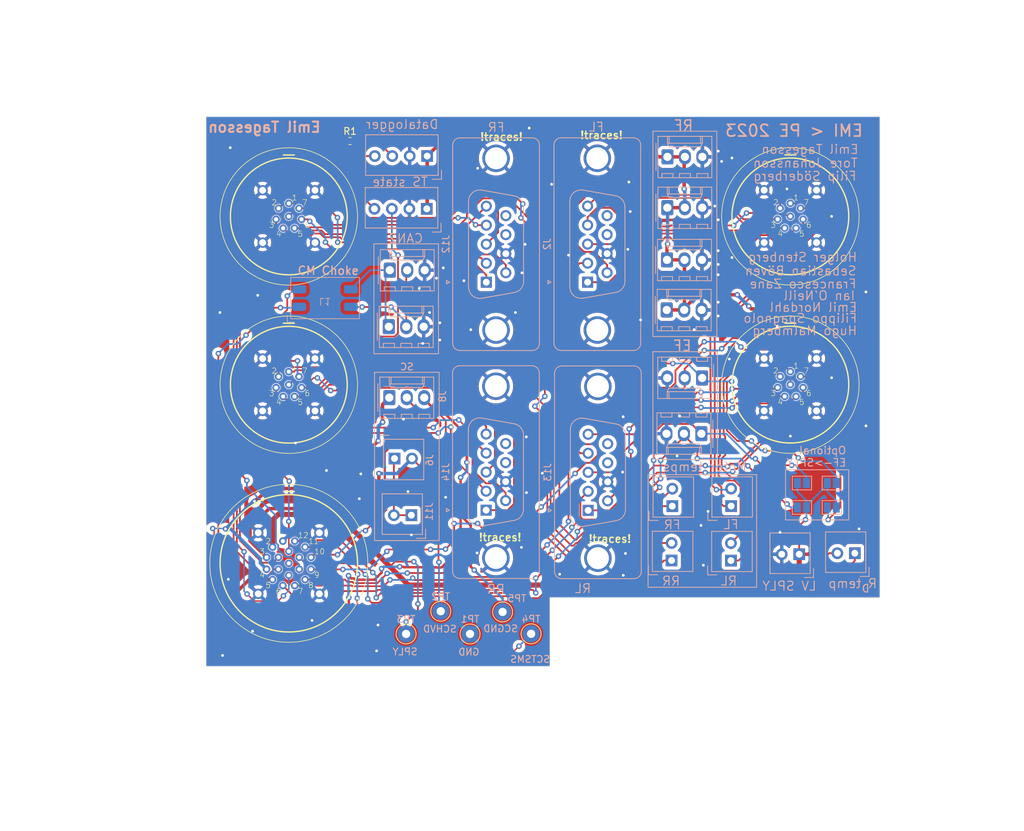
<source format=kicad_pcb>
(kicad_pcb (version 20221018) (generator pcbnew)
  (layers (0 "F.Cu" power) (31 "B.Cu" signal) (34 "B.Paste" user) (35 "F.Paste" user) (36 "B.SilkS" user "B.Silkscreen") (37 "F.SilkS" user "F.Silkscreen") (38 "B.Mask" user) (39 "F.Mask" user) (44 "Edge.Cuts" user))
  (net 0 "")
  (net 1 "GND")
  (net 3 "/CONTROL_SYSTEM_SUPPLY")
  (net 4 "/SC_TSMS_RELAYS")
  (net 5 "/ENABLE_FRONT_INVERTER1")
  (net 6 "/ENABLE_FRONT_INVERTER2")
  (net 7 "/ENABLE_REAR_INVERTER1")
  (net 8 "/ENABLE_REAR_INVERTER2")
  (net 9 "/DISCHARGE_OPEN")
  (net 10 "/DISCHARGE_RESISTOR_TEMP+")
  (net 11 "/DISCHARGE_RESISTOR_TEMP-")
  (net 12 "/TS_STATE_VEHICLE+")
  (net 13 "/TS_STATE_VEHICLE-")
  (net 14 "Net-(J11-Pin_1)")
  (net 15 "/SC_HVD_RES")
  (net 16 "/SC_GND")
  (net 17 "/CAN1_H")
  (net 18 "/CAN1_L")
  (net 19 "/CAN2_H")
  (net 20 "/CAN2_L")
  (net 21 "/FRONT_LEFT_CLOCK-")
  (net 22 "/FRONT_LEFT_CLOCK+")
  (net 23 "/FRONT_LEFT_GND")
  (net 24 "/FRONT_LEFT_UP_SUPPLY")
  (net 25 "/FRONT_LEFT_DATA-")
  (net 26 "/FRONT_LEFT_DATA+")
  (net 27 "/REAR_LEFT_KTY-")
  (net 28 "/REAR_LEFT_KTY+")
  (net 29 "/REAR_LEFT_DATA+")
  (net 30 "/REAR_LEFT_DATA-")
  (net 31 "/REAR_LEFT_GND")
  (net 32 "/REAR_LEFT_CLOCK-")
  (net 33 "/REAR_LEFT_CLOCK+")
  (net 34 "/REAR_LEFT_UP_SUPPLY")
  (net 35 "/REAR_RIGHT_KTY-")
  (net 36 "/REAR_RIGHT_KTY+")
  (net 37 "/REAR_RIGHT_DATA+")
  (net 38 "/REAR_RIGHT_DATA-")
  (net 39 "/REAR_RIGHT_GND")
  (net 40 "/REAR_RIGHT_CLOCK-")
  (net 41 "/REAR_RIGHT_CLOCK+")
  (net 42 "/REAR_RIGHT_UP_SUPPLY")
  (net 43 "/FRONT_LEFT_KTY-")
  (net 44 "/FRONT_LEFT_KTY+")
  (net 45 "/FRONT_RIGHT_CLOCK-")
  (net 46 "/FRONT_RIGHT_CLOCK+")
  (net 47 "/FRONT_RIGHT_GND")
  (net 48 "/FRONT_RIGHT_UP_SUPPLY")
  (net 49 "/FRONT_RIGHT_DATA-")
  (net 50 "/FRONT_RIGHT_DATA+")
  (net 51 "/FRONT_RIGHT_KTY+")
  (net 52 "/FRONT_RIGHT_KTY-")
  (net 53 "Net-(J22-Pin_1)")
  (net 54 "Net-(J22-Pin_2)")
  (footprint "TestPoint:TestPoint_THTPad_D2.5mm_Drill1.2mm" (layer "F.Cu") (at 106.8924 121.7978)
    (fp_text reference "TP1")
    (fp_text value "TestPoint")
  )
  (footprint "TestPoint:TestPoint_THTPad_D2.5mm_Drill1.2mm" (layer "F.Cu") (at 102.6287 118.491)
    (fp_text reference "TP2" hide)
    (fp_text value "TestPoint")
  )
  (footprint "TestPoint:TestPoint_THTPad_D2.5mm_Drill1.2mm" (layer "F.Cu") (at 115.77828 121.77776)
    (fp_text reference "TP4")
    (fp_text value "TestPoint")
  )
  (footprint "TestPoint:TestPoint_THTPad_D2.5mm_Drill1.2mm" (layer "F.Cu") (at 111.633 118.5926)
    (fp_text reference "TP5" hide)
    (fp_text value "TestPoint")
  )
  (footprint "KTHFS:HEN.2F.319" (layer "F.Cu") (at 80.5235 111.5127)
    (fp_text reference "J1" hide)
    (fp_text value "Conn_01x24_Male" hide)
  )
  (footprint "KTHFS:HEN.1F.308" (layer "F.Cu") (at 80.5235 85.5127)
    (fp_text reference "J4" hide)
    (fp_text value "Conn_01x13_Female" hide)
  )
  (footprint "KTHFS:HEN.1F.308" (layer "F.Cu") (at 80.5235 61.0127)
    (fp_text reference "J30" hide)
    (fp_text value "Conn_01x13_Female" hide)
  )
  (footprint "KTHFS:HEN.1F.308" (layer "F.Cu") (at 153.5 61)
    (fp_text reference "J5" hide)
    (fp_text value "Conn_01x13_Female" hide)
  )
  (footprint "KTHFS:HEN.1F.308" (layer "F.Cu") (at 153.5 85.5)
    (fp_text reference "J3" hide)
    (fp_text value "Conn_01x13_Female" hide)
  )
  (footprint "TestPoint:TestPoint_THTPad_D2.5mm_Drill1.2mm" (layer "F.Cu") (at 97.5868 121.79808)
    (fp_text reference "TP3")
    (fp_text value "TestPoint")
  )
  (footprint "Resistor_SMD:R_0603_1608Metric" (layer "F.Cu") (at 89.4335 50.038)
    (fp_text reference "R1")
    (fp_text value "120")
  )
  (footprint "KTHFS:Wurth-WTB_2.54_male_vert_2" (layer "B.Cu") (at 144.85472 111.11648)
    (fp_text reference "J19" hide)
    (fp_text value "Conn_01x02_Male")
  )
  (footprint "Connector_Molex:Molex_KK-254_AE-6410-03A_1x03_P2.54mm_Vertical" (layer "B.Cu") (at 135.55472 67.3354)
    (fp_text reference "J26" hide)
    (fp_text value "Conn_01x03_Male")
  )
  (footprint "Connector_Molex:Molex_KK-254_AE-6410-03A_1x03_P2.54mm_Vertical" (layer "B.Cu") (at 135.60044 59.73572)
    (fp_text reference "J27" hide)
    (fp_text value "Conn_01x03_Male")
  )
  (footprint "Connector_Molex:Molex_KK-254_AE-6410-03A_1x03_P2.54mm_Vertical" (layer "B.Cu") (at 135.61568 52.33924)
    (fp_text reference "J28" hide)
    (fp_text value "Conn_01x03_Male")
  )
  (footprint "Connector_Molex:Molex_KK-254_AE-6410-03A_1x03_P2.54mm_Vertical" (layer "B.Cu") (at 135.51408 74.6252)
    (fp_text reference "J29" hide)
    (fp_text value "Conn_01x03_Male")
  )
  (footprint "Connector_Dsub:DSUB-9_Female_Vertical_P2.77x2.84mm_MountingHoles" (layer "B.Cu") (at 109.26064 70.59168 -90)
    (fp_text reference "J12")
    (fp_text value "Conn_01x09_Female")
  )
  (footprint "Connector_Dsub:DSUB-9_Female_Vertical_P2.77x2.84mm_MountingHoles" (layer "B.Cu") (at 109.23524 103.77424 -90)
    (fp_text reference "J14")
    (fp_text value "Conn_01x09_Female")
  )
  (footprint "Connector_Dsub:DSUB-9_Female_Vertical_P2.77x2.84mm_MountingHoles" (layer "B.Cu") (at 124.079 103.80472 -90)
    (fp_text reference "J13")
    (fp_text value "Conn_01x09_Female")
  )
  (footprint "KTHFS:Wurth-WTB_2.54_male_vert_2" (layer "B.Cu") (at 162.88004 110.04296 90)
    (fp_text reference "J9" hide)
    (fp_text value "Conn_01x02_Male")
  )
  (footprint "Connector_Molex:Molex_KK-254_AE-6410-03A_1x03_P2.54mm_Vertical" (layer "B.Cu") (at 140.6652 84.5312 180)
    (fp_text reference "J21" hide)
    (fp_text value "Conn_01x03_Male")
  )
  (footprint "KTHFS:Wurth-WTB_2.54_male_vert_2" (layer "B.Cu") (at 95.90532 96.25584 -90)
    (fp_text reference "J6")
    (fp_text value "Conn_01x02_Male")
  )
  (footprint "KTHFS:Wurth-WTB_2.54_male_vert_2" (layer "B.Cu") (at 98.35388 104.50576 90)
    (fp_text reference "J11")
    (fp_text value "Conn_01x02_Male")
  )
  (footprint "KTHFS:Wurth-WTB_2.54_male_vert_2" (layer "B.Cu") (at 154.7876 110.19536 90)
    (fp_text reference "J25" hide)
    (fp_text value "Conn_01x02_Male")
  )
  (footprint "Connector_Dsub:DSUB-9_Female_Vertical_P2.77x2.84mm_MountingHoles" (layer "B.Cu") (at 123.99772 70.58152 -90)
    (fp_text reference "J2")
    (fp_text value "Conn_01x09_Female")
  )
  (footprint "Connector_Molex:Molex_KK-254_AE-6410-03A_1x03_P2.54mm_Vertical" (layer "B.Cu") (at 140.55344 92.64396 180)
    (fp_text reference "J20" hide)
    (fp_text value "Conn_01x03_Male")
  )
  (footprint "Jumper:SolderJumper-2_P1.3mm_Open_Pad1.0x1.5mm" (layer "B.Cu") (at 155.18384 103.378)
    (fp_text reference "JP1" hide)
    (fp_text value "Jumper")
  )
  (footprint "Jumper:SolderJumper-2_P1.3mm_Open_Pad1.0x1.5mm" (layer "B.Cu") (at 155.18384 99.828)
    (fp_text reference "JP2" hide)
    (fp_text value "Jumper")
  )
  (footprint "Jumper:SolderJumper-2_P1.3mm_Open_Pad1.0x1.5mm" (layer "B.Cu") (at 159.53384 103.378)
    (fp_text reference "JP3" hide)
    (fp_text value "Jumper")
  )
  (footprint "Jumper:SolderJumper-2_P1.3mm_Open_Pad1.0x1.5mm" (layer "B.Cu") (at 159.53384 99.828)
    (fp_text reference "JP4" hide)
    (fp_text value "Jumper")
  )
  (footprint "KTHFS:Wurth-WTB_2.54_male_vert_4" (layer "B.Cu") (at 100.65512 52.2224 90)
    (fp_text reference "J7" hide)
    (fp_text value "Conn_01x04_Male")
  )
  (footprint "Connector_Molex:Molex_KK-254_AE-6410-03A_1x03_P2.54mm_Vertical" (layer "B.Cu") (at 95.1484 87.39124)
    (fp_text reference "J8")
    (fp_text value "Conn_01x03_Male")
  )
  (footprint "KTHFS:Wurth-WTB_2.54_male_vert_4" (layer "B.Cu") (at 100.59924 59.90336 90)
    (fp_text reference "J10" hide)
    (fp_text value "Conn_01x04_Male")
  )
  (footprint "Connector_Molex:Molex_KK-254_AE-6410-03A_1x03_P2.54mm_Vertical" (layer "B.Cu") (at 95.21444 68.834)
    (fp_text reference "J23" hide)
    (fp_text value "Conn_01x03_Male")
  )
  (footprint "Connector_Molex:Molex_KK-254_AE-6410-03A_1x03_P2.54mm_Vertical" (layer "B.Cu") (at 95.0722 77.0636)
    (fp_text reference "J22" hide)
    (fp_text value "Conn_01x03_Male")
  )
  (footprint "KTHFS:Wurth-WTB_2.54_male_vert_2" (layer "B.Cu") (at 136.3208 103.19004)
    (fp_text reference "J16" hide)
    (fp_text value "Conn_01x02_Male")
  )
  (footprint "KTHFS:Wurth-WTB_2.54_male_vert_2" (layer "B.Cu") (at 136.22144 111.09664)
    (fp_text reference "J18" hide)
    (fp_text value "Conn_01x02_Male")
  )
  (footprint "KTHFS:Wurth-WTB_2.54_male_vert_2" (layer "B.Cu") (at 144.88296 103.1802)
    (fp_text reference "J17" hide)
    (fp_text value "Conn_01x02_Male")
  )
  (footprint "KTHFS:WE-SL2 SMT" (layer "B.Cu") (at 85.8 72.9)
    (fp_text reference "L1")
    (fp_text value "L_Coupled_1423")
  )
  (gr_rect (start 93 83.7) (end 102.4 108.2) (stroke (width 0.12)) (fill none) (layer "B.SilkS"))
  (gr_rect (start 152.8 97.9) (end 162 105.2) (stroke (width 0.12)) (fill none) (layer "B.SilkS"))
  (gr_rect (start 132.8 98.6) (end 148.6 115) (stroke (width 0.12)) (fill none) (layer "B.SilkS"))
  (gr_rect (start 92.9 65) (end 102.3 81) (stroke (width 0.12)) (fill none) (layer "B.SilkS"))
  (gr_rect (start 133.5 48.6) (end 142.8 78.5) (stroke (width 0.12)) (fill none) (layer "B.SilkS"))
  (gr_rect (start 133.5 80.7) (end 142.9 96.4) (stroke (width 0.12)) (fill none) (layer "B.SilkS"))
  (gr_line (start 166.5 46.5) (end 68.5 46.5) (stroke (width 0.05)) (layer "Edge.Cuts"))
  (gr_line (start 68.5 126.5) (end 118.5 126.5) (stroke (width 0.05)) (layer "Edge.Cuts"))
  (gr_line (start 166.5 116.5) (end 166.5 46.5) (stroke (width 0.05)) (layer "Edge.Cuts"))
  (gr_line (start 118.5 116.5) (end 166.5 116.5) (stroke (width 0.05)) (layer "Edge.Cuts"))
  (gr_line (start 118.5 126.5) (end 118.5 116.5) (stroke (width 0.05)) (layer "Edge.Cuts"))
  (gr_line (start 68.5 46.5) (end 68.5 126.5) (stroke (width 0.05)) (layer "Edge.Cuts"))
  (gr_text "GND\n" (at 106.73 124.42) (layer "B.SilkS") (effects (font (size 1 1)) (justify mirror)))
  (gr_text "SC" (at 97.7 82.9) (layer "B.SilkS") (effects (font (size 1 1)) (justify mirror)))
  (gr_text "Filip Söderberg\n" (at 163.2 55.9) (layer "B.SilkS") (effects (font (size 1.3 1.3)) (justify left bottom mirror)))
  (gr_text "FL" (at 144.87 105.87) (layer "B.SilkS") (effects (font (size 1.3 1.3)) (justify mirror)))
  (gr_text "Motor temps" (at 141.05128 97.47504) (layer "B.SilkS") (effects (font (size 1.3 1.3)) (justify mirror)))
  (gr_text "LV SPLY" (at 153.3398 114.81816) (layer "B.SilkS") (effects (font (size 1.3 1.3)) (justify mirror)))
  (gr_text "Hugo Malmberg" (at 163.3 78.4) (layer "B.SilkS") (effects (font (size 1.3 1.3)) (justify left bottom mirror)))
  (gr_text "Filippo Spagnolo\n" (at 163.3 76.6) (layer "B.SilkS") (effects (font (size 1.3 1.3)) (justify left bottom mirror)))
  (gr_text "Emil Tagesson\n" (at 163.5 52) (layer "B.SilkS") (effects (font (size 1.3 1.3)) (justify left bottom mirror)))
  (gr_text "RL" (at 123.32716 115.189) (layer "B.SilkS") (effects (font (size 1.3 1.3)) (justify mirror)))
  (gr_text "RF" (at 137.9474 47.77232) (layer "B.SilkS") (effects (font (size 1.5 1.5) (thickness 0.2)) (justify mirror)))
  (gr_text "SCHVD\n" (at 102.5 121.07) (layer "B.SilkS") (effects (font (size 1 1)) (justify mirror)))
  (gr_text "Ian O'Neill\n" (at 163 73.3) (layer "B.SilkS") (effects (font (size 1.3 1.3)) (justify left bottom mirror)))
  (gr_text "RR" (at 136.15032 114.08876) (layer "B.SilkS") (effects (font (size 1.3 1.3)) (justify mirror)))
  (gr_text "TS state" (at 96.70796 55.97652) (layer "B.SilkS") (effects (font (size 1.3 1.3)) (justify mirror)))
  (gr_text "Optional\nEF->SPLY" (at 161.7 97.5) (layer "B.SilkS") (effects (font (size 1.1 1.1)) (justify left bottom mirror)))
  (gr_text "Francesco Zane" (at 163.2 71.6) (layer "B.SilkS") (effects (font (size 1.3 1.3)) (justify left bottom mirror)))
  (gr_text "SPLY\n" (at 97.43 124.38) (layer "B.SilkS") (effects (font (size 1 1)) (justify mirror)))
  (gr_text "CAN2" (at 97.54108 64.20104) (layer "B.SilkS") (effects (font (size 1.3 1.3)) (justify mirror)))
  (gr_text "RL" (at 144.56008 114.07304) (layer "B.SilkS") (effects (font (size 1.3 1.3)) (justify mirror)))
  (gr_text "Emil Nordahl" (at 163.3 75) (layer "B.SilkS") (effects (font (size 1.3 1.3)) (justify left bottom mirror)))
  (gr_text "FR\n" (at 110.7 48.04) (layer "B.SilkS") (effects (font (size 1.3 1.3)) (justify mirror)))
  (gr_text "Holger Stenberg" (at 163.3 67.7) (layer "B.SilkS") (effects (font (size 1.3 1.3)) (justify left bottom mirror)))
  (gr_text "FR" (at 136.31572 105.92) (layer "B.SilkS") (effects (font (size 1.3 1.3)) (justify mirror)))
  (gr_text "D" (at 164.45484 115.189) (layer "B.SilkS") (effects (font (size 1.1 1.1)) (justify mirror)))
  (gr_text "SCTSMS" (at 115.64 125.48) (layer "B.SilkS") (effects (font (size 1 1)) (justify mirror)))
  (gr_text "Tore Johansson" (at 163.4 54) (layer "B.SilkS") (effects (font (size 1.3 1.3)) (justify left bottom mirror)))
  (gr_text "EF" (at 137.77468 79.8322) (layer "B.SilkS") (effects (font (size 1.5 1.5) (thickness 0.2)) (justify mirror)))
  (gr_text "CM Choke" (at 81.7 69.6) (layer "B.SilkS") (effects (font (size 1.2 1.2) (thickness 0.2) bold) (justify left bottom)))
  (gr_text "R temp" (at 162.57016 114.45748) (layer "B.SilkS") (effects (font (size 1.3 1.3)) (justify mirror)))
  (gr_text "Sebastian Böven" (at 163.2 69.7) (layer "B.SilkS") (effects (font (size 1.3 1.3)) (justify left bottom mirror)))
  (gr_text "SCGND" (at 111.34 121.03) (layer "B.SilkS") (effects (font (size 1 1)) (justify mirror)))
  (gr_text "FL" (at 125.27 47.99) (layer "B.SilkS") (effects (font (size 1.3 1.3)) (justify mirror)))
  (gr_text "RR\n" (at 110.65256 115.29568) (layer "B.SilkS") (effects (font (size 1.3 1.3)) (justify mirror)))
  (gr_text "Datalogger" (at 97.01784 47.60468) (layer "B.SilkS") (effects (font (size 1.3 1.3)) (justify mirror)))
  (gr_text "Emil Tagesson" (at 85.3 48.9) (layer "B.SilkS") (effects (font (size 1.5 1.5) (thickness 0.3) bold) (justify left bottom mirror)))
  (gr_text "EMI < PE 2023" (at 154.03576 48.52416) (layer "B.SilkS") (effects (font (size 1.7 1.7) (thickness 0.25)) (justify mirror)))
  (gr_text "!traces!" (at 108.075 108.375) (layer "F.SilkS") (effects (font (size 1.1 1.1) (thickness 0.2) bold) (justify left bottom)))
  (gr_text "!traces!" (at 108.275 50.075) (layer "F.SilkS") (effects (font (size 1.1 1.1) (thickness 0.2) bold) (justify left bottom)))
  (gr_text "!traces!" (at 122.825 49.825) (layer "F.SilkS") (effects (font (size 1.1 1.1) (thickness 0.2) bold) (justify left bottom)))
  (gr_text "!traces!" (at 124.05 108.6) (layer "F.SilkS") (effects (font (size 1.1 1.1) (thickness 0.2) bold) (justify left bottom)))
  (via (at 129.17 90.17) (size 0.8) (drill 0.4) (layers "F.Cu" "B.Cu") (net 1))
  (via (at 152 107) (size 0.8) (drill 0.4) (layers "F.Cu" "B.Cu") (net 1))
  (via (at 72 51) (size 0.8) (drill 0.4) (layers "F.Cu" "B.Cu") (net 1))
  (via (at 130 56) (size 0.8) (drill 0.4) (layers "F.Cu" "B.Cu") (net 1))
  (via (at 97.86 101.07) (size 0.8) (drill 0.4) (layers "F.Cu" "B.Cu") (net 1))
  (via (at 97.2 90.53) (size 0.8) (drill 0.4) (layers "F.Cu" "B.Cu") (net 1))
  (via (at 163.5 106.5) (size 0.8) (drill 0.4) (layers "F.Cu" "B.Cu") (net 1))
  (via (at 143 61.5) (size 0.8) (drill 0.4) (layers "F.Cu" "B.Cu") (net 1))
  (via (at 100 79.5) (size 0.8) (drill 0.4) (layers "F.Cu" "B.Cu") (net 1))
  (via (at 86 98) (size 0.8) (drill 0.4) (layers "F.Cu" "B.Cu") (net 1))
  (via (at 137.02 95.88) (size 0.8) (drill 0.4) (layers "F.Cu" "B.Cu") (net 1))
  (via (at 140.84 111.79) (size 0.8) (drill 0.4) (layers "F.Cu" "B.Cu") (net 1))
  (via (at 145 67) (size 0.8) (drill 0.4) (layers "F.Cu" "B.Cu") (net 1))
  (via (at 145 52.5) (size 0.8) (drill 0.4) (layers "F.Cu" "B.Cu") (net 1))
  (via (at 141.52 103.95) (size 0.8) (drill 0.4) (layers "F.Cu" "B.Cu") (net 1))
  (via (at 106 70.375) (size 0.8) (drill 0.4) (layers "F.Cu" "B.Cu") (net 1))
  (via (at 129.19 113.26) (size 0.8) (drill 0.4) (layers "F.Cu" "B.Cu") (net 1))
  (via (at 115.1 101.225) (size 0.8) (drill 0.4) (layers "F.Cu" "B.Cu") (net 1))
  (via (at 142.5 59.5) (size 0.8) (drill 0.4) (layers "F.Cu" "B.Cu") (net 1))
  (via (at 143 75.5) (size 0.8) (drill 0.4) (layers "F.Cu" "B.Cu") (net 1))
  (via (at 102.5 76.5) (size 0.8) (drill 0.4) (layers "F.Cu" "B.Cu") (net 1))
  (via (at 93.5 120.5) (size 0.8) (drill 0.4) (layers "F.Cu" "B.Cu") (net 1))
  (via (at 83.91 119.83) (size 0.8) (drill 0.4) (layers "F.Cu" "B.Cu") (net 1))
  (via (at 129.09 98.23) (size 0.8) (drill 0.4) (layers "F.Cu" "B.Cu") (net 1))
  (via (at 101 75) (size 0.8) (drill 0.4) (layers "F.Cu" "B.Cu") (net 1))
  (via (at 114.9 65.075) (size 0.8) (drill 0.4) (layers "F.Cu" "B.Cu") (net 1))
  (via (at 93.3 124.26) (size 0.8) (drill 0.4) (layers "F.Cu" "B.Cu") (net 1))
  (via (at 108 54) (size 0.8) (drill 0.4) (layers "F.Cu" "B.Cu") (net 1))
  (via (at 143 69.5) (size 0.8) (drill 0.4) (layers "F.Cu" "B.Cu") (net 1))
  (via (at 71.72 113.84) (size 0.8) (drill 0.4) (layers "F.Cu" "B.Cu") (net 1))
  (via (at 139.5 77.5) (size 0.8) (drill 0.4) (layers "F.Cu" "B.Cu") (net 1))
  (via (at 143 68) (size 0.8) (drill 0.4) (layers "F.Cu" "B.Cu") (net 1))
  (via (at 70.88 124.93) (size 0.8) (drill 0.4) (layers "F.Cu" "B.Cu") (net 1))
  (via (at 103 68.5) (size 0.8) (drill 0.4) (layers "F.Cu" "B.Cu") (net 1))
  (via (at 144.62 81.77) (size 0.8) (drill 0.4) (layers "F.Cu" "B.Cu") (net 1))
  (via (at 121.225 66.65) (size 0.8) (drill 0.4) (layers "F.Cu" "B.Cu") (net 1))
  (via (at 118.76 56.33) (size 0.8) (drill 0.4) (layers "F.Cu" "B.Cu") (net 1))
  (via (at 129.51 110.08) (size 0.8) (drill 0.4) (layers "F.Cu" "B.Cu") (net 1))
  (via (at 90.78 102.11) (size 0.8) (drill 0.4) (layers "F.Cu" "B.Cu") (net 1))
  (via (at 99.5 71.5) (size 0.8) (drill 0.4) (layers "F.Cu" "B.Cu") (net 1))
  (via (at 115.5 48.1505) (size 0.8) (drill 0.4) (layers "F.Cu" "B.Cu") (net 1))
  (via (at 159.5 61) (size 0.8) (drill 0.4) (layers "F.Cu" "B.Cu") (net 1))
  (via (at 103.34 101.9) (size 0.8) (drill 0.4) (layers "F.Cu" "B.Cu") (net 1))
  (via (at 76 72.5) (size 0.8) (drill 0.4) (layers "F.Cu" "B.Cu") (net 1))
  (via (at 91 98.5) (size 0.8) (drill 0.4) (layers "F.Cu" "B.Cu") (net 1))
  (via (at 164.5 72) (size 0.8) (drill 0.4) (layers "F.Cu" "B.Cu") (net 1))
  (via (at 102.5 79) (size 0.8) (drill 0.4) (layers "F.Cu" "B.Cu") (net 1))
  (via (at 115.075 93.1) (size 0.8) (drill 0.4) (layers "F.Cu" "B.Cu") (net 1))
  (via (at 98.36 107.38) (size 0.8) (drill 0.4) (layers "F.Cu" "B.Cu") (net 1))
  (via (at 70.5 75) (size 0.8) (drill 0.4) (layers "F.Cu" "B.Cu") (net 1))
  (via (at 143 73.5) (size 0.8) (drill 0.4) (layers "F.Cu" "B.Cu") (net 1))
  (via (at 102 70) (size 0.8) (drill 0.4) (layers "F.Cu" "B.Cu") (net 1))
  (via (at 143 51.5) (size 0.8) (drill 0.4) (layers "F.Cu" "B.Cu") (net 1))
  (via (at 117.41 98.4) (size 0.8) (drill 0.4) (layers "F.Cu" "B.Cu") (net 1))
  (via (at 140.5 106) (size 0.8) (drill 0.4) (layers "F.Cu" "B.Cu") (net 1))
  (via (at 143 66) (size 0.8) (drill 0.4) (layers "F.Cu" "B.Cu") (net 1))
  (via (at 81.5 94) (size 0.8) (drill 0.4) (layers "F.Cu" "B.Cu") (net 1))
  (via (at 137.39 90.05) (size 0.8) (drill 0.4) (layers "F.Cu" "B.Cu") (net 1))
  (via (at 130.2 60.3) (size 0.8) (drill 0.4) (layers "F.Cu" "B.Cu") (net 1))
  (via (at 131.71 76.07) (size 0.8) (drill 0.4) (layers "F.Cu" "B.Cu") (net 1))
  (via (at 143.5 53) (size 0.8) (drill 0.4) (layers "F.Cu" "B.Cu") (net 1))
  (via (at 159.5 84.5) (size 0.8) (drill 0.4) (layers "F.Cu" "B.Cu") (net 1))
  (via (at 107.92 110) (size 0.8) (drill 0.4) (layers "F.Cu" "B.Cu") (net 1))
  (via (at 153 57) (size 0.8) (drill 0.4) (layers "F.Cu" "B.Cu") (net 1))
  (via (at 164.5 91.5) (size 0.8) (drill 0.4) (layers "F.Cu" "B.Cu") (net 1))
  (via (at 129.85 65.8) (size 0.8) (drill 0.4) (layers "F.Cu" "B.Cu") (net 1))
  (via (at 119.93 113.1) (size 0.8) (drill 0.4) (layers "F.Cu" "B.Cu") (net 1))
  (via (at 75.25 121.4) (size 0.8) (drill 0.4) (layers "F.Cu" "B.Cu") (net 1))
  (via (at 151.59 77.07) (size 0.8) (drill 0.4) (layers "F.Cu" "B.Cu") (net 1))
  (via (at 114.45 69.225) (size 0.8) (drill 0.4) (layers "F.Cu" "B.Cu") (net 1))
  (via (at 113.5 75) (size 0.8) (drill 0.4) (layers "F.Cu" "B.Cu") (net 1))
  (via (at 114.37 109.19) (size 0.8) (drill 0.4) (layers "F.Cu" "B.Cu") (net 1))
  (via (at 107 77.5) (size 0.8) (drill 0.4) (layers "F.Cu" "B.Cu") (net 1))
  (via (at 153.5 93) (size 0.8) (drill 0.4) (layers "F.Cu" "B.Cu") (net 1))
  (segment (start 158.339999 74.479999) (end 160.75 76.89) (width 0.5) (layer "F.Cu") (net 3))
  (segment (start 99.31 118.307114) (end 99.31 117.42) (width 0.25) (layer "F.Cu") (net 3))
  (segment (start 151.821437 114.761523) (end 122.474477 114.761523) (width 0.75) (layer "F.Cu") (net 3))
  (segment (start 162.59 96.1) (end 162.59 103.74296) (width 0.5) (layer "F.Cu") (net 3))
  (segment (start 103.87752 49) (end 100.65512 52.2224) (width 0.5) (layer "F.Cu") (net 3))
  (segment (start 138.05408 67.37604) (end 138.09472 67.3354) (width 1) (layer "F.Cu") (net 3))
  (segment (start 135.61568 52.33924) (end 134.33924 52.33924) (width 0.5) (layer "F.Cu") (net 3))
  (segment (start 160.75 76.89) (end 160.75 78.31) (width 0.5) (layer "F.Cu") (net 3))
  (segment (start 161.84 79.4) (end 161.84 95.35) (width 0.5) (layer "F.Cu") (net 3))
  (segment (start 154.7876 110.19536) (end 154.7876 111.79536) (width 0.75) (layer "F.Cu") (net 3))
  (segment (start 78.994 104.394) (end 78.15622 105.23178) (width 0.75) (layer "F.Cu") (net 3))
  (segment (start 78.15622 108.36773) (end 78.15622 109.14542) (width 0.75) (layer "F.Cu") (net 3))
  (segment (start 98.147471 111.27499) (end 98.713156 111.27499) (width 0.25) (layer "F.Cu") (net 3))
  (segment (start 138.15568 52.33924) (end 135.61568 52.33924) (width 0.5) (layer "F.Cu") (net 3))
  (segment (start 135.51408 74.6252) (end 138.05408 74.6252) (width 0.5) (layer "F.Cu") (net 3))
  (segment (start 78.15622 105.23178) (end 78.15622 108.36773) (width 0.75) (layer "F.Cu") (net 3))
  (segment (start 135.55472 67.3354) (end 138.09472 67.3354) (width 0.5) (layer "F.Cu") (net 3))
  (segment (start 95.96501 111.27499) (end 98.147471 111.27499) (width 0.25) (layer "F.Cu") (net 3))
  (segment (start 95.238 112.002) (end 95.96501 111.27499) (width 0.25) (layer "F.Cu") (net 3))
  (segment (start 154.7876 111.79536) (end 151.821437 114.761523) (width 0.75) (layer "F.Cu") (net 3))
  (segment (start 122.474477 114.761523) (end 122.392932 114.679978) (width 0.75) (layer "F.Cu") (net 3))
  (segment (start 134.33924 52.33924) (end 131 49) (width 0.5) (layer "F.Cu") (net 3))
  (segment (start 138.049 52.44592) (end 138.15568 52.33924) (width 0.5) (layer "F.Cu") (net 3))
  (segment (start 147.44 74.08) (end 147.839999 74.479999) (width 0.5) (layer "F.Cu") (net 3))
  (segment (start 138.049 57.023) (end 138.049 52.44592) (width 0.5) (layer "F.Cu") (net 3))
  (segment (start 138.09472 67.3354) (end 138.09472 74.58456) (width 0.5) (layer "F.Cu") (net 3))
  (segment (start 135.60044 59.73572) (end 138.14044 59.73572) (width 0.5) (layer "F.Cu") (net 3))
  (segment (start 162.59 103.74296) (end 156.1376 110.19536) (width 0.5) (layer "F.Cu") (net 3))
  (segment (start 135.55472 65.10528) (end 135.636 65.024) (width 0.5) (layer "F.Cu") (net 3))
  (segment (start 161.84 95.35) (end 162.59 96.1) (width 0.5) (layer "F.Cu") (net 3))
  (segment (start 135.62838 67.26174) (end 135.55472 67.3354) (width 0.25) (layer "F.Cu") (net 3))
  (segment (start 131 49) (end 103.87752 49) (width 0.5) (layer "F.Cu") (net 3))
  (segment (start 135.55472 67.3354) (end 135.55472 65.10528) (width 0.5) (layer "F.Cu") (net 3))
  (segment (start 100.77196 52.33924) (end 100.65512 52.2224) (width 0.5) (layer "F.Cu") (net 3))
  (segment (start 138.05408 74.6252) (end 138.05408 74.3952) (width 0.5) (layer "F.Cu") (net 3))
  (segment (start 97.5868 120.030314) (end 99.31 118.307114) (width 0.25) (layer "F.Cu") (net 3))
  (segment (start 140.02928 72.42) (end 145.78 72.42) (width 0.5) (layer "F.Cu") (net 3))
  (segment (start 97.915978 114.679978) (end 95.238 112.002) (width 0.75) (layer "F.Cu") (net 3))
  (segment (start 160.75 78.31) (end 161.84 79.4) (width 0.5) (layer "F.Cu") (net 3))
  (segment (start 155.702 105.156) (end 154.7876 106.0704) (width 0.25) (layer "F.Cu") (net 3))
  (segment (start 100.59924 52.27828) (end 100.65512 52.2224) (width 0.25) (layer "F.Cu") (net 3))
  (segment (start 122.392932 114.679978) (end 97.915978 114.679978) (width 0.75) (layer "F.Cu") (net 3))
  (segment (start 154.7876 106.0704) (end 154.7876 110.19536) (width 0.25) (layer "F.Cu") (net 3))
  (segment (start 87.63 104.394) (end 78.994 104.394) (width 0.75) (layer "F.Cu") (net 3))
  (segment (start 122.474477 114.761523) (end 121.619523 114.761523) (width 0.75) (layer "F.Cu") (net 3))
  (segment (start 138.09472 74.58456) (end 138.05408 74.6252) (width 0.5) (layer "F.Cu") (net 3))
  (segment (start 100.65512 59.84748) (end 100.59924 59.90336) (width 0.5) (layer "F.Cu") (net 3))
  (segment (start 138.05408 74.3952) (end 140.02928 72.42) (width 0.5) (layer "F.Cu") (net 3))
  (segment (start 95.238 112.002) (end 87.63 104.394) (width 0.75) (layer "F.Cu") (net 3))
  (segment (start 147.839999 74.479999) (end 158.339999 74.479999) (width 0.5) (layer "F.Cu") (net 3))
  (segment (start 156.1376 110.19536) (end 154.7876 110.19536) (width 0.5) (layer "F.Cu") (net 3))
  (segment (start 100.65512 52.2224) (end 100.65512 59.84748) (width 0.5) (layer "F.Cu") (net 3))
  (via (at 145.78 72.42) (size 0.8) (drill 0.4) (layers "F.Cu" "B.Cu") (net 3))
  (via (at 99.31 117.42) (size 0.8) (drill 0.4) (layers "F.Cu" "B.Cu") (net 3))
  (via (at 138.049 57.023) (size 0.8) (drill 0.4) (layers "F.Cu" "B.Cu") (net 3))
  (via (at 97.5868 120.030314) (size 0.8) (drill 0.4) (layers "F.Cu" "B.Cu") (net 3))
  (via (at 135.636 65.024) (size 0.8) (drill 0.4) (layers "F.Cu" "B.Cu") (net 3))
  (via (at 98.713156 111.27499) (size 0.8) (drill 0.4) (layers "F.Cu" "B.Cu") (net 3))
  (via (at 147.44 74.08) (size 0.8) (drill 0.4) (layers "F.Cu" "B.Cu") (net 3))
  (via (at 155.702 105.156) (size 0.8) (drill 0.4) (layers "F.Cu" "B.Cu") (net 3))
  (segment (start 97.5868 121.79808) (end 97.5868 120.030314) (width 0.25) (layer "B.Cu") (net 3))
  (segment (start 158.88384 100.828) (end 158.88384 99.828) (width 0.25) (layer "B.Cu") (net 3))
  (segment (start 135.636 65.024) (end 135.636 59.77128) (width 0.5) (layer "B.Cu") (net 3))
  (segment (start 138.14044 57.11444) (end 138.049 57.023) (width 0.5) (layer "B.Cu") (net 3))
  (segment (start 154.53384 100.828) (end 154.53384 99.828) (width 0.25) (layer "B.Cu") (net 3))
  (segment (start 145.78 72.42) (end 147.44 74.08) (width 0.5) (layer "B.Cu") (net 3))
  (segment (start 99.113155 111.674989) (end 98.713156 111.27499) (width 0.25) (layer "B.Cu") (net 3))
  (segment (start 154.53384 101.078) (end 154.53384 100.828) (width 0.25) (layer "B.Cu") (net 3))
  (segment (start 158.88384 100.078) (end 155.83384 103.128) (width 0.25) (layer "B.Cu") (net 3))
  (segment (start 155.83384 102.378) (end 154.53384 101.078) (width 0.25) (layer "B.Cu") (net 3))
  (segment (start 138.14044 59.73572) (end 138.14044 57.11444) (width 0.5) (layer "B.Cu") (net 3))
  (segment (start 135.636 59.77128) (end 135.60044 59.73572) (width 0.5) (layer "B.Cu") (net 3))
  (segment (start 155.83384 103.378) (end 155.83384 105.02416) (width 0.25) (layer "B.Cu") (net 3))
  (segment (start 99.31 117.42) (end 99.31 111.871834) (width 0.25) (layer "B.Cu") (net 3))
  (segment (start 138.19378 59.68238) (end 138.14044 59.73572) (width 0.25) (layer "B.Cu") (net 3))
  (segment (start 160.18384 103.378) (end 160.18384 102.378) (width 0.25) (layer "B.Cu") (net 3))
  (segment (start 155.83384 103.128) (end 155.83384 103.378) (width 0.25) (layer "B.Cu") (net 3))
  (segment (start 155.83384 105.02416) (end 155.702 105.156) (width 0.25) (layer "B.Cu") (net 3))
  (segment (start 99.31 111.871834) (end 99.113155 111.674989) (width 0.25) (layer "B.Cu") (net 3))
  (segment (start 158.88384 99.828) (end 158.88384 100.078) (width 0.25) (layer "B.Cu") (net 3))
  (segment (start 160.18384 102.378) (end 158.88384 101.078) (width 0.25) (layer "B.Cu") (net 3))
  (segment (start 155.83384 103.378) (end 155.83384 102.378) (width 0.25) (layer "B.Cu") (net 3))
  (segment (start 158.88384 101.078) (end 158.88384 100.828) (width 0.25) (layer "B.Cu") (net 3))
  (segment (start 69.46 106.44) (end 69.66 106.64) (width 0.2) (layer "F.Cu") (net 4))
  (segment (start 77.41 100.61) (end 77.55 100.61) (width 0.25) (layer "F.Cu") (net 4))
  (segment (start 69.66 118.21) (end 74.91 123.46) (width 0.2) (layer "F.Cu") (net 4))
  (segment (start 77.57 100.61) (end 86.61 100.61) (width 0.5) (layer "F.Cu") (net 4))
  (segment (start 94.17 88.36964) (end 95.1484 87.39124) (width 0.5) (layer "F.Cu") (net 4))
  (segment (start 102.13 125.5) (end 102.56 125.07) (width 0.2) (layer "F.Cu") (net 4))
  (segment (start 76.089999 102.090001) (end 77.57 100.61) (width 0.5) (layer "F.Cu") (net 4))
  (segment (start 86.61 100.61) (end 93.54 93.68) (width 0.5) (layer "F.Cu") (net 4))
  (segment (start 75.929999 102.090001) (end 76.089999 102.090001) (width 0.5) (layer "F.Cu") (net 4))
  (segment (start 102.56 125.07) (end 112.52 125.07) (width 0.2) (layer "F.Cu") (net 4))
  (segment (start 94.17 90.96) (end 94.17 88.36964) (width 0.5) (layer "F.Cu") (net 4))
  (segment (start 112.52 125.07) (end 114.01 123.58) (width 0.2) (layer "F.Cu") (net 4))
  (segment (start 75.53 102.49) (end 75.929999 102.090001) (width 0.5) (layer "F.Cu") (net 4))
  (segment (start 75.66 125.5) (end 102.13 125.5) (width 0.2) (layer "F.Cu") (net 4))
  (segment (start 77.55 100.61) (end 77.57 100.61) (width 0.5) (layer "F.Cu") (net 4))
  (segment (start 69.66 106.64) (end 69.66 118.21) (width 0.2) (layer "F.Cu") (net 4))
  (segment (start 74.91 124.75) (end 75.66 125.5) (width 0.2) (layer "F.Cu") (net 4))
  (segment (start 74.91 123.46) (end 74.91 124.75) (width 0.2) (layer "F.Cu") (net 4))
  (via (at 94.17 90.96) (size 0.8) (drill 0.4) (layers "F.Cu" "B.Cu") (net 4))
  (via (at 71.31 106.51) (size 0.8) (drill 0.4) (layers "F.Cu" "B.Cu") (net 4))
  (via (at 69.46 106.44) (size 0.8) (drill 0.4) (layers "F.Cu" "B.Cu") (net 4))
  (via (at 93.54 93.68) (size 0.8) (drill 0.4) (layers "F.Cu" "B.Cu") (net 4))
  (via (at 114.01 123.58) (size 0.8) (drill 0.4) (layers "F.Cu" "B.Cu") (net 4))
  (via (at 75.53 102.49) (size 0.8) (drill 0.4) (layers "F.Cu" "B.Cu") (net 4))
  (segment (start 69.46 106.44) (end 71.24 106.44) (width 0.2) (layer "B.Cu") (net 4))
  (segment (start 76.38763 111.47893) (end 76.38763 110.83763) (width 0.5) (layer "B.Cu") (net 4))
  (segment (start 75.33 102.49) (end 75.53 102.49) (width 0.5) (layer "B.Cu") (net 4))
  (segment (start 71.31 106.51) (end 75.33 102.49) (width 0.5) (layer "B.Cu") (net 4))
  (segment (start 71.24 106.44) (end 71.31 106.51) (width 0.2) (layer "B.Cu") (net 4))
  (segment (start 76.38763 110.83763) (end 72.06 106.51) (width 0.5) (layer "B.Cu") (net 4))
  (segment (start 115.77828 121.81172) (end 115.77828 121.77776) (width 0.25) (layer "B.Cu") (net 4))
  (segment (start 93.54 91.59) (end 94.17 90.96) (width 0.5) (layer "B.Cu") (net 4))
  (segment (start 77.28754 112.37884) (end 76.38763 111.47893) (width 0.5) (layer "B.Cu") (net 4))
  (segment (start 114.01 123.58) (end 115.77828 121.81172) (width 0.25) (layer "B.Cu") (net 4))
  (segment (start 93.54 93.68) (end 93.54 91.59) (width 0.5) (layer "B.Cu") (net 4))
  (segment (start 72.06 106.51) (end 71.31 106.51) (width 0.5) (layer "B.Cu") (net 4))
  (segment (start 133.604 92.593401) (end 133.604 96.52) (width 0.25) (layer "F.Cu") (net 5))
  (segment (start 93.48564 115.379989) (end 93.305596 115.560033) (width 0.25) (layer "F.Cu") (net 5))
  (segment (start 116.014989 115.379989) (end 93.48564 115.379989) (width 0.25) (layer "F.Cu") (net 5))
  (segment (start 123.752622 106.050998) (end 123.338714 106.050998) (width 0.25) (layer "F.Cu") (net 5))
  (segment (start 140.55344 92.64396) (end 139.12843 91.21895) (width 0.25) (layer "F.Cu") (net 5))
  (segment (start 80.207269 115.298569) (end 79.65736 114.74866) (width 0.25) (layer "F.Cu") (net 5))
  (segment (start 116.586 113.665) (end 116.459 113.665) (width 0.25) (layer "F.Cu") (net 5))
  (segment (start 82.2567 117.348) (end 80.207269 115.298569) (width 0.25) (layer "F.Cu") (net 5))
  (segment (start 93.305596 115.560033) (end 88.528967 115.560033) (width 0.25) (layer "F.Cu") (net 5))
  (segment (start 123.762622 106.040998) (end 123.752622 106.050998) (width 0.25) (layer "F.Cu") (net 5))
  (segment (start 149.36 97.24) (end 148.41 96.29) (width 0.25) (layer "F.Cu") (net 5))
  (segment (start 123.338714 106.050998) (end 122.506404 106.883308) (width 0.25) (layer "F.Cu") (net 5))
  (segment (start 128.909002 106.040998) (end 123.762622 106.040998) (width 0.25) (layer "F.Cu") (net 5))
  (segment (start 88.528967 115.560033) (end 86.741 117.348) (width 0.25) (layer "F.Cu") (net 5))
  (segment (start 134.493 100.457) (end 128.909002 106.040998) (width 0.25) (layer "F.Cu") (net 5))
  (segment (start 116.459 115.824) (end 116.014989 115.379989) (width 0.25) (layer "F.Cu") (net 5))
  (segment (start 153.71 97.24) (end 149.36 97.24) (width 0.25) (layer "F.Cu") (net 5))
  (segment (start 134.978451 91.21895) (end 133.604 92.593401) (width 0.25) (layer "F.Cu") (net 5))
  (segment (start 119.761 110.49) (end 116.586 113.665) (width 0.25) (layer "F.Cu") (net 5))
  (segment (start 139.12843 91.21895) (end 134.978451 91.21895) (width 0.25) (layer "F.Cu") (net 5))
  (segment (start 86.741 117.348) (end 82.2567 117.348) (width 0.25) (layer "F.Cu") (net 5))
  (via (at 133.604 96.52) (size 0.8) (drill 0.4) (layers "F.Cu" "B.Cu") (net 5))
  (via (at 116.459 115.824) (size 0.8) (drill 0.4) (layers "F.Cu" "B.Cu") (net 5))
  (via (at 122.506404 106.883308) (size 0.8) (drill 0.4) (layers "F.Cu" "B.Cu") (net 5))
  (via (at 119.761 110.49) (size 0.8) (drill 0.4) (layers "F.Cu" "B.Cu") (net 5))
  (via (at 134.493 100.457) (size 0.8) (drill 0.4) (layers "F.Cu" "B.Cu") (net 5))
  (via (at 116.459 113.665) (size 0.8) (drill 0.4) (layers "F.Cu" "B.Cu") (net 5))
  (via (at 148.41 96.29) (size 0.8) (drill 0.4) (layers "F.Cu" "B.Cu") (net 5))
  (via (at 153.71 97.24) (size 0.8) (drill 0.4) (layers "F.Cu" "B.Cu") (net 5))
  (segment (start 155.83384 99.828) (end 155.83384 98.828) (width 0.25) (layer "B.Cu") (net 5))
  (segment (start 144.198275 92.64396) (end 141.52344 92.64396) (width 0.25) (layer "B.Cu") (net 5))
  (segment (start 119.761 110.49) (end 122.506404 107.744596) (width 0.25) (layer "B.Cu") (net 5))
  (segment (start 155.83384 98.828) (end 154.24584 97.24) (width 0.25) (layer "B.Cu") (net 5))
  (segment (start 148.41 96.29) (end 147.844315 96.29) (width 0.25) (layer "B.Cu") (net 5))
  (segment (start 147.844315 96.29) (end 144.198275 92.64396) (width 0.25) (layer "B.Cu") (net 5))
  (segment (start 154.24584 97.24) (end 153.71 97.24) (width 0.25) (layer "B.Cu") (net 5))
  (segment (start 133.604 96.52) (end 133.604 99.568) (width 0.25) (layer "B.Cu") (net 5))
  (segment (start 133.604 99.568) (end 134.493 100.457) (width 0.25) (layer "B.Cu") (net 5))
  (segment (start 141.52344 92.64396) (end 140.55344 92.64396) (width 0.25) (layer "B.Cu") (net 5))
  (segment (start 116.459 113.665) (end 116.459 115.824) (width 0.25) (layer "B.Cu") (net 5))
  (segment (start 122.506404 107.744596) (end 122.506404 106.883308) (width 0.25) (layer "B.Cu") (net 5))
  (segment (start 94.850001 114.318999) (end 95.25 113.919) (width 0.25) (layer "F.Cu") (net 6))
  (segment (start 123.566433 105.601497) (end 122.389181 105.601497) (width 0.25) (layer "F.Cu") (net 6))
  (segment (start 139.954 94.81452) (end 139.954 96.266) (width 0.25) (layer "F.Cu") (net 6))
  (segment (start 138.01344 92.64396) (end 138.01344 92.87396) (width 0.25) (layer "F.Cu") (net 6))
  (segment (start 134.62 96.52) (end 138.01344 93.12656) (width 0.25) (layer "F.Cu") (net 6))
  (segment (start 138.05 93.61) (end 138.05 92.68052) (width 0.2) (layer "F.Cu") (net 6))
  (segment (start 98.836501 113.949501) (end 114.523499 113.949501) (width 0.25) (layer "F.Cu") (net 6))
  (segment (start 138.01344 92.87396) (end 139.954 94.81452) (width 0.25) (layer "F.Cu") (net 6))
  (segment (start 89.689344 114.754891) (end 89.784487 114.850034) (width 0.25) (layer "F.Cu") (net 6))
  (segment (start 98.552 113.665) (end 98.836501 113.949501) (width 0.25) (layer "F.Cu") (net 6))
  (segment (start 82.16733 114.74866) (end 82.173561 114.754891) (width 0.25) (layer "F.Cu") (net 6))
  (segment (start 138.05 92.68052) (end 138.01344 92.64396) (width 0.2) (layer "F.Cu") (net 6))
  (segment (start 147.48 97.32) (end 147.31 97.32) (width 0.2) (layer "F.Cu") (net 6))
  (segment (start 94.318966 114.850034) (end 94.850001 114.318999) (width 0.25) (layer "F.Cu") (net 6))
  (segment (start 147.31 97.32) (end 152.86 102.87) (width 0.25) (layer "F.Cu") (net 6))
  (segment (start 123.576433 105.591497) (end 123.566433 105.601497) (width 0.25) (layer "F.Cu") (net 6))
  (segment (start 134.62 99.187) (end 128.215503 105.591497) (width 0.25) (layer "F.Cu") (net 6))
  (segment (start 152.86 102.87) (end 153.03 102.87) (width 0.25) (layer "F.Cu") (net 6))
  (segment (start 114.523499 113.949501) (end 118.872 109.601) (width 0.25) (layer "F.Cu") (net 6))
  (segment (start 82.173561 114.754891) (end 89.689344 114.754891) (width 0.25) (layer "F.Cu") (net 6))
  (segment (start 138.01344 93.12656) (end 138.01344 92.64396) (width 0.25) (layer "F.Cu") (net 6))
  (segment (start 128.215503 105.591497) (end 123.576433 105.591497) (width 0.25) (layer "F.Cu") (net 6))
  (segment (start 81.38964 114.74866) (end 82.16733 114.74866) (width 0.25) (layer "F.Cu") (net 6))
  (segment (start 89.784487 114.850034) (end 94.318966 114.850034) (width 0.25) (layer "F.Cu") (net 6))
  (segment (start 122.389181 105.601497) (end 121.705999 106.284679) (width 0.25) (layer "F.Cu") (net 6))
  (via (at 134.62 96.52) (size 0.8) (drill 0.4) (layers "F.Cu" "B.Cu") (net 6))
  (via (at 121.705999 106.284679) (size 0.8) (drill 0.4) (layers "F.Cu" "B.Cu") (net 6))
  (via (at 98.552 113.665) (size 0.8) (drill 0.4) (layers "F.Cu" "B.Cu") (net 6))
  (via (at 147.31 97.32) (size 0.8) (drill 0.4) (layers "F.Cu" "B.Cu") (net 6))
  (via (at 153.03 102.87) (size 0.8) (drill 0.4) (layers "F.Cu" "B.Cu") (net 6))
  (via (at 139.954 96.266) (size 0.8) (drill 0.4) (layers "F.Cu" "B.Cu") (net 6))
  (via (at 134.62 99.187) (size 0.8) (drill 0.4) (layers "F.Cu" "B.Cu") (net 6))
  (via (at 95.25 113.919) (size 0.8) (drill 0.4) (layers "F.Cu" "B.Cu") (net 6))
  (via (at 118.872 109.601) (size 0.8) (drill 0.4) (layers "F.Cu" "B.Cu") (net 6))
  (segment (start 154.53384 103.378) (end 153.538 103.378) (width 0.25) (layer "B.Cu") (net 6))
  (segment (start 95.25 113.919) (end 98.298 113.919) (width 0.25) (layer "B.Cu") (net 6))
  (segment (start 121.705999 106.767001) (end 121.705999 106.284679) (width 0.25) (layer "B.Cu") (net 6))
  (segment (start 98.298 113.919) (end 98.552 113.665) (width 0.25) (layer "B.Cu") (net 6))
  (segment (start 134.62 99.187) (end 134.62 96.52) (width 0.25) (layer "B.Cu") (net 6))
  (segment (start 153.538 103.378) (end 153.03 102.87) (width 0.25) (layer "B.Cu") (net 6))
  (segment (start 118.872 109.601) (end 121.705999 106.767001) (width 0.25) (layer "B.Cu") (net 6))
  (segment (start 146.256 96.266) (end 147.31 97.32) (width 0.25) (layer "B.Cu") (net 6))
  (segment (start 139.954 96.266) (end 146.256 96.266) (width 0.25) (layer "B.Cu") (net 6))
  (segment (start 132.2 82.423) (end 131.375 83.248) (width 0.25) (layer "F.Cu") (net 7))
  (segment (start 153.6 95.1) (end 149.83 95.1) (width 0.25) (layer "F.Cu") (net 7))
  (segment (start 147.83 93.7) (end 145.79 93.7) (width 0.25) (layer "F.Cu") (net 7))
  (segment (start 131.375 85.2) (end 126.95 89.625) (width 0.25) (layer "F.Cu") (net 7))
  (segment (start 88.692858 113.87998) (end 89.032889 114.220011) (width 0.25) (layer "F.Cu") (net 7))
  (segment (start 121.212592 92.016028) (end 121.212592 105.415452) (width 0.25) (layer "F.Cu") (net 7))
  (segment (start 144.41 85.04) (end 144.95 85.04) (width 0.25) (layer "F.Cu") (net 7))
  (segment (start 82.89078 113.87998) (end 88.692858 113.87998) (width 0.25) (layer "F.Cu") (net 7))
  (segment (start 123.22862 90) (end 121.212592 92.016028) (width 0.25) (layer "F.Cu") (net 7))
  (segment (start 126.95 89.625) (end 126.95 90) (width 0.25) (layer "F.Cu") (net 7))
  (segment (start 93.409977 114.400023) (end 94.430001 113.379999) (width 0.25) (layer "F.Cu") (net 7))
  (segment (start 97.76 112.93) (end 104.43 112.93) (width 0.25) (layer "F.Cu") (net 7))
  (segment (start 154.66 96.16) (end 153.6 95.1) (width 0.25) (layer "F.Cu") (net 7))
  (segment (start 144.27 85.18) (end 144.41 85.04) (width 0.25) (layer "F.Cu") (net 7))
  (segment (start 104.43 112.93) (end 105 113.5) (width 0.25) (layer "F.Cu") (net 7))
  (segment (start 112 113.5) (end 112.544998 112.955002) (width 0.25) (layer "F.Cu") (net 7))
  (segment (start 89.032889 114.220011) (end 89.790875 114.220011) (width 0.25) (layer "F.Cu") (net 7))
  (segment (start 126.95 90) (end 123.22862 90) (width 0.25) (layer "F.Cu") (net 7))
  (segment (start 145.79 93.7) (end 144.27 92.18) (width 0.25) (layer "F.Cu") (net 7))
  (segment (start 89.970887 114.400023) (end 93.409977 114.400023) (width 0.25) (layer "F.Cu") (net 7))
  (segment (start 131.375 83.248) (end 131.375 85.2) (width 0.25) (layer "F.Cu") (net 7))
  (segment (start 113.993998 112.955002) (end 118.11 108.839) (width 0.25) (layer "F.Cu") (net 7))
  (segment (start 112.544998 112.955002) (end 113.993998 112.955002) (width 0.25) (layer "F.Cu") (net 7))
  (segment (start 89.790875 114.220011) (end 89.970887 114.400023) (width 0.25) (layer "F.Cu") (net 7))
  (segment (start 136.398 82.423) (end 132.2 82.423) (width 0.25) (layer "F.Cu") (net 7))
  (segment (start 94.430001 113.379999) (end 94.83 112.98) (width 0.25) (layer "F.Cu") (net 7))
  (segment (start 144.27 92.18) (end 144.27 85.18) (width 0.25) (layer "F.Cu") (net 7))
  (segment (start 105 113.5) (end 112 113.5) (width 0.25) (layer "F.Cu") (net 7))
  (via (at 121.212592 105.415452) (size 0.8) (drill 0.4) (layers "F.Cu" "B.Cu") (net 7))
  (via (at 149.83 95.1) (size 0.8) (drill 0.4) (layers "F.Cu" "B.Cu") (net 7))
  (via (at 97.76 112.93) (size 0.8) (drill 0.4) (layers "F.Cu" "B.Cu") (net 7))
  (via (at 154.66 96.16) (size 0.8) (drill 0.4) (layers "F.Cu" "B.Cu") (net 7))
  (via (at 147.83 93.7) (size 0.8) (drill 0.4) (layers "F.Cu" "B.Cu") (net 7))
  (via (at 144.95 85.04) (size 0.8) (drill 0.4) (layers "F.Cu" "B.Cu") (net 7))
  (via (at 136.398 82.423) (size 0.8) (drill 0.4) (layers "F.Cu" "B.Cu") (net 7))
  (via (at 94.83 112.98) (size 0.8) (drill 0.4) (layers "F.Cu" "B.Cu") (net 7))
  (via (at 118.11 108.839) (size 0.8) (drill 0.4) (layers "F.Cu" "B.Cu") (net 7))
  (segment (start 160.18384 98.828) (end 157.99584 96.64) (width 0.25) (layer "B.Cu") (net 7))
  (segment (start 140.6652 84.5312) (end 138.557 82.423) (width 0.25) (layer "B.Cu") (net 7))
  (segment (start 149.83 95.1) (end 149.23 95.1) (width 0.25) (layer "B.Cu") (net 7))
  (segment (start 141.174 85.04) (end 140.6652 84.5312) (width 0.25) (layer "B.Cu") (net 7))
  (segment (start 94.83 112.98) (end 97.71 112.98) (width 0.25) (layer "B.Cu") (net 7))
  (segment (start 144.95 85.04) (end 141.174 85.04) (width 0.25) (layer "B.Cu") (net 7))
  (segment (start 149.23 95.1) (end 147.83 93.7) (width 0.25) (layer "B.Cu") (net 7))
  (segment (start 118.11 108.839) (end 121.212592 105.736408) (width 0.25) (layer "B.Cu") (net 7))
  (segment (start 97.71 112.98) (end 97.76 112.93) (width 0.25) (layer "B.Cu") (net 7))
  (segment (start 160.18384 99.828) (end 160.18384 98.828) (width 0.25) (layer "B.Cu") (net 7))
  (segment (start 157.99584 96.64) (end 155.14 96.64) (width 0.25) (layer "B.Cu") (net 7))
  (segment (start 138.557 82.423) (end 136.398 82.423) (width 0.25) (layer "B.Cu") (net 7))
  (segment (start 121.212592 105.736408) (end 121.212592 105.415452) (width 0.25) (layer "B.Cu") (net 7))
  (segment (start 155.14 96.64) (end 154.66 96.16) (width 0.25) (layer "B.Cu") (net 7))
  (segment (start 124.91 94.17) (end 123.17 94.17) (width 0.25) (layer "F.Cu") (net 8))
  (segment (start 143.51 80.264) (end 145.034 78.74) (width 0.25) (layer "F.Cu") (net 8))
  (segment (start 138.1252 83.1812) (end 140.7884 80.518) (width 0.25) (layer "F.Cu") (net 8))
  (segment (start 109.74 107.46) (end 108 105.72) (width 0.25) (layer "F.Cu") (net 8))
  (segment (start 127.322378 90.899002) (end 131.70138 86.52) (width 0.25) (layer "F.Cu") (net 8))
  (segment (start 113.11 107.46) (end 113.04 107.46) (width 0.25) (layer "F.Cu") (net 8))
  (segment (start 122.5 92) (end 123.600998 90.899002) (width 0.25) (layer "F.Cu") (net 8))
  (segment (start 145.034 78.74) (end 159.258 78.74) (width 0.25) (layer "F.Cu") (net 8))
  (segment (start 160.782 80.264) (end 160.782 103.378) (width 0.25) (layer "F.Cu") (net 8))
  (segment (start 125.47 94.73) (end 124.91 94.17) (width 0.25) (layer "F.Cu") (net 8))
  (segment (start 137.4864 86.52) (end 138.1252 85.8812) (width 0.25) (layer "F.Cu") (net 8))
  (segment (start 138.1252 84.5312) (end 138.1252 83.1812) (width 0.25) (layer "F.Cu") (net 8))
  (segment (start 83.78062 112.4) (end 83.75946 112.37884) (width 0.25) (layer "F.Cu") (net 8))
  (segment (start 125.47 95.768722) (end 125.47 94.73) (width 0.25) (layer "F.Cu") (net 8))
  (segment (start 138.1252 85.8812) (end 138.1252 84.5312) (width 0.25) (layer "F.Cu") (net 8))
  (segment (start 123.17 94.17) (end 122.5 93.5) (width 0.25) (layer "F.Cu") (net 8))
  (segment (start 104.58 105.72) (end 104.58 108.19) (width 0.25) (layer "F.Cu") (net 8))
  (segment (start 113.11 107.46) (end 109.74 107.46) (width 0.25) (layer "F.Cu") (net 8))
  (segment (start 122.18 98.44) (end 123.73 96.89) (width 0.25) (layer "F.Cu") (net 8))
  (segment (start 101.14 109.5) (end 95.07 109.5) (width 0.25) (layer "F.Cu") (net 8))
  (segment (start 88.39 112.4) (end 83.78062 112.4) (width 0.25) (layer "F.Cu") (net 8))
  (segment (start 123.73 96.89) (end 124.348722 96.89) (width 0.25) (layer "F.Cu") (net 8))
  (segment (start 159.258 78.74) (end 160.782 80.264) (width 0.25) (layer "F.Cu") (net 8))
  (segment (start 123.600998 90.899002) (end 127.322378 90.899002) (width 0.25) (layer "F.Cu") (net 8))
  (segment (start 124.348722 96.89) (end 125.47 95.768722) (width 0.25) (layer "F.Cu") (net 8))
  (segment (start 117.25 103.32) (end 113.11 107.46) (width 0.25) (layer "F.Cu") (net 8))
  (segment (start 104.58 108.19) (end 103.32 109.45) (width 0.25) (layer "F.Cu") (net 8))
  (segment (start 159.403999 104.756001) (end 159.004 105.156) (width 0.25) (layer "F.Cu") (net 8))
  (segment (start 131.70138 86.52) (end 137.4864 86.52) (width 0.25) (layer "F.Cu") (net 8))
  (segment (start 122.5 93.5) (end 122.5 92) (width 0.25) (layer "F.Cu") (net 8))
  (segment (start 140.7884 80.518) (end 140.97 80.518) (width 0.25) (layer "F.Cu") (net 8))
  (segment (start 95.07 109.5) (end 94.79 109.78) (width 0.25) (layer "F.Cu") (net 8))
  (segment (start 160.782 103.378) (end 159.403999 104.756001) (width 0.25) (layer "F.Cu") (net 8))
  (via (at 117.25 103.32) (size 0.8) (drill 0.4) (layers "F.Cu" "B.Cu") (net 8))
  (via (at 103.32 109.45) (size 0.8) (drill 0.4) (layers "F.Cu" "B.Cu") (net 8))
  (via (at 88.39 112.4) (size 0.8) (drill 0.4) (layers "F.Cu" "B.Cu") (net 8))
  (via (at 108 105.72) (size 0.8) (drill 0.4) (layers "F.Cu" "B.Cu") (net 8))
  (via (at 94.79 109.78) (size 0.8) (drill 0.4) (layers "F.Cu" "B.Cu") (net 8))
  (via (at 104.58 105.72) (size 0.8) (drill 0.4) (layers "F.Cu" "B.Cu") (net 8))
  (via (at 140.97 80.518) (size 0.8) (drill 0.4) (layers "F.Cu" "B.Cu") (net 8))
  (via (at 143.51 80.264) (size 0.8) (drill 0.4) (layers "F.Cu" "B.Cu") (net 8))
  (via (at 159.004 105.156) (size 0.8) (drill 0.4) (layers "F.Cu" "B.Cu") (net 8))
  (via (at 122.18 98.44) (size 0.8) (drill 0.4) (layers "F.Cu" "B.Cu") (net 8))
  (via (at 101.14 109.5) (size 0.8) (drill 0.4) (layers "F.Cu" "B.Cu") (net 8))
  (segment (start 159.004 105.156) (end 159.004 103.49816) (width 0.25) (layer "B.Cu") (net 8))
  (segment (start 159.004 103.49816) (end 158.88384 103.378) (width 0.25) (layer "B.Cu") (net 8))
  (segment (start 122.18 98.44) (end 117.3 103.32) (width 0.25) (layer "B.Cu") (net 8))
  (segment (start 143.256 80.518) (end 143.51 80.264) (width 0.25) (layer "B.Cu") (net 8))
  (segment (start 158.88384 103.628) (end 158.88384 103.378) (width 0.25) (layer "B.Cu") (net 8))
  (segment (start 108 105.72) (end 104.58 105.72) (width 0.25) (layer "B.Cu") (net 8))
  (segment (start 117.3 103.32) (end 117.25 103.32) (width 0.25) (layer "B.Cu") (net 8))
  (segment (start 140.97 80.518) (end 143.256 80.518) (width 0.25) (layer "B.Cu") (net 8))
  (segment (start 103.32 109.45) (end 101.19 109.45) (width 0.25) (layer "B.Cu") (net 8))
  (segment (start 94.79 109.78) (end 92.17 112.4) (width 0.25) (layer "B.Cu") (net 8))
  (segment (start 92.17 112.4) (end 88.39 112.4) (width 0.25) (layer "B.Cu") (net 8))
  (segment (start 101.19 109.45) (end 101.14 109.5) (width 0.25) (layer "B.Cu") (net 8))
  (segment (start 95.286158 94.59) (end 102.58 94.59) (width 0.25) (layer "F.Cu") (net 9))
  (segment (start 94.51 101.85) (end 94.51 95.366158) (width 0.25) (layer "F.Cu") (net 9))
  (segment (start 103.36 93.81) (end 103.36 93.68) (width 0.25) (layer "F.Cu") (net 9))
  (segment (start 102.26 89.63) (end 103.36 90.73) (width 0.25) (layer "F.Cu") (net 9))
  (segment (start 94.51 95.366158) (end 95.286158 94.59) (width 0.25) (layer "F.Cu") (net 9))
  (segment (start 87.61 110.26) (end 84.14602 110.26) (width 0.25) (layer "F.Cu") (net 9))
  (segment (start 99.69716 89.63) (end 102.26 89.63) (width 0.25) (layer "F.Cu") (net 9))
  (segment (start 94.730319 103.719681) (end 91.69 106.76) (width 0.25) (layer "F.Cu") (net 9))
  (segment (start 97.6884 87.39124) (end 97.6884 87.62124) (width 0.25) (layer "F.Cu") (net 9))
  (segment (start 84.14602 110.26) (end 83.75946 110.64656) (width 0.25) (layer "F.Cu") (net 9))
  (segment (start 102.58 94.59) (end 103.36 93.81) (width 0.25) (layer "F.Cu") (net 9))
  (segment (start 97.6884 87.62124) (end 99.69716 89.63) (width 0.25) (layer "F.Cu") (net 9))
  (segment (start 103.36 90.73) (end 103.36 93.68) (width 0.25) (layer "F.Cu") (net 9))
  (segment (start 94.730319 102.070319) (end 94.51 101.85) (width 0.25) (layer "F.Cu") (net 9))
  (segment (start 94.730319 103.719681) (end 94.730319 102.070319) (width 0.25) (layer "F.Cu") (net 9))
  (segment (start 91.69 106.76) (end 91.68 106.76) (width 0.25) (layer "F.Cu") (net 9))
  (via (at 87.61 110.26) (size 0.8) (drill 0.4) (layers "F.Cu" "B.Cu") (net 9))
  (via (at 91.68 106.76) (size 0.8) (drill 0.4) (layers "F.Cu" "B.Cu") (net 9))
  (segment (start 91.11 106.76) (end 87.61 110.26) (width 0.25) (layer "B.Cu") (net 9))
  (segment (start 91.68 106.76) (end 91.11 106.76) (width 0.25) (layer "B.Cu") (net 9))
  (segment (start 93.65 117.26) (end 92.58 117.26) (width 0.25) (layer "F.Cu") (net 10))
  (segment (start 159.81 111.51) (end 158.52 111.51) (width 0.25) (layer "F.Cu") (net 10))
  (segment (start 114.69 116.31) (end 111.88 116.31) (width 0.25) (layer "F.Cu") (net 10))
  (segment (start 92.58 117.26) (end 92.01 116.69) (width 0.25) (layer "F.Cu") (net 10))
  (segment (start 91.248415 112.725011) (end 91.648414 113.12501) (width 0.25) (layer "F.Cu") (net 10))
  (segment (start 117.15 117.04) (end 115.42 117.04) (width 0.25) (layer "F.Cu") (net 10))
  (segment (start 115.42 117.04) (end 114.69 116.31) (width 0.25) (layer "F.Cu") (net 10))
  (segment (start 154.11 115.92) (end 151.57 115.92) (width 0.25) (layer "F.Cu") (net 10))
  (segment (start 151.57 115.92) (end 118.27 115.92) (width 0.25) (layer "F.Cu") (net 10))
  (segment (start 82.89078 109.14542) (end 87.668824 109.14542) (width 0.25) (layer "F.Cu") (net 10))
  (segment (start 94.64 116.31) (end 93.67 117.28) (width 0.25) (layer "F.Cu") (net 10))
  (segment (start 96.48 116.31) (end 94.64 116.31) (width 0.25) (layer "F.Cu") (net 10))
  (segment (start 162.513 111.51) (end 159.81 111.51) (width 0.25) (layer "F.Cu") (net 10))
  (segment (start 158.52 111.51) (end 154.11 115.92) (width 0.25) (layer "F.Cu") (net 10))
  (segment (start 93.67 117.28) (end 93.65 117.26) (width 0.25) (layer "F.Cu") (net 10))
  (segment (start 162.88004 110.04296) (end 162.88004 111.14296) (width 0.25) (layer "F.Cu") (net 10))
  (segment (start 162.88004 111.14296) (end 162.513 111.51) (width 0.25) (layer "F.Cu") (net 10))
  (segment (start 118.27 115.92) (end 117.15 117.04) (width 0.25) (layer "F.Cu") (net 10))
  (segment (start 87.668824 109.14542) (end 91.248415 112.725011) (width 0.25) (layer "F.Cu") (net 10))
  (segment (start 111.88 116.31) (end 96.48 116.31) (width 0.25) (layer "F.Cu") (net 10))
  (via (at 92.01 116.69) (size 0.8) (drill 0.4) (layers "F.Cu" "B.Cu") (net 10))
  (via (at 91.648414 113.12501) (size 0.8) (drill 0.4) (layers "F.Cu" "B.Cu") (net 10))
  (segment (start 92.01 113.486596) (end 91.648414 113.12501) (width 0.25) (layer "B.Cu") (net 10))
  (segment (start 92.01 116.69) (end 92.01 113.486596) (width 0.25) (layer "B.Cu") (net 10))
  (segment (start 81.38964 108.27674) (end 82.16733 108.27674) (width 0.25) (layer "F.Cu") (net 11))
  (segment (start 159.137959 110.04296) (end 153.719384 115.461535) (width 0.25) (layer "F.Cu") (net 11))
  (segment (start 117.998465 115.461535) (end 116.870011 116.589989) (width 0.25) (layer "F.Cu") (net 11))
  (segment (start 82.302069 108.142001) (end 88.033192 108.142001) (width 0.25) (layer "F.Cu") (net 11))
  (segment (start 88.033192 108.142001) (end 92.343256 112.452065) (width 0.25) (layer "F.Cu") (net 11))
  (segment (start 82.16733 108.27674) (end 82.302069 108.142001) (width 0.25) (layer "F.Cu") (net 11))
  (segment (start 114.87 115.83) (end 113.4 115.83) (width 0.25) (layer "F.Cu") (net 11))
  (segment (start 115.629989 116.589989) (end 114.87 115.83) (width 0.25) (layer "F.Cu") (net 11))
  (segment (start 153.719384 115.461535) (end 117.998465 115.461535) (width 0.25) (layer "F.Cu") (net 11))
  (segment (start 96.28 115.83) (end 93.93 115.83) (width 0.25) (layer "F.Cu") (net 11))
  (segment (start 116.870011 116.589989) (end 115.629989 116.589989) (width 0.25) (layer "F.Cu") (net 11))
  (segment (start 160.34004 110.04296) (end 159.137959 110.04296) (width 0.25) (layer "F.Cu") (net 11))
  (segment (start 113.4 115.83) (end 96.28 115.83) (width 0.25) (layer "F.Cu") (net 11))
  (segment (start 92.343256 112.452065) (end 92.743255 112.852064) (width 0.25) (layer "F.Cu") (net 11))
  (segment (start 93.93 115.83) (end 93.24 116.52) (width 0.25) (layer "F.Cu") (net 11))
  (via (at 92.743255 112.852064) (size 0.8) (drill 0.4) (layers "F.Cu" "B.Cu") (net 11))
  (via (at 93.24 116.52) (size 0.8) (drill 0.4) (layers "F.Cu" "B.Cu") (net 11))
  (segment (start 93.24 116.52) (end 93.24 113.348809) (width 0.25) (layer "B.Cu") (net 11))
  (segment (start 93.24 113.348809) (end 93.143254 113.252063) (width 0.25) (layer "B.Cu") (net 11))
  (segment (start 93.143254 113.252063) (end 92.743255 112.852064) (width 0.25) (layer "B.Cu") (net 11))
  (segment (start 77.122822 78.42) (end 93.45 78.42) (width 0.25) (layer "F.Cu") (net 12))
  (segment (start 95.93038 78.48861) (end 96.40945 78.00954) (width 0.25) (layer "F.Cu") (net 12))
  (segment (start 93.51861 78.48861) (end 95.93038 78.48861) (width 0.25) (layer "F.Cu") (net 12))
  (segment (start 74.310033 93.270033) (end 74.310033 81.232789) (width 0.25) (layer "F.Cu") (net 12))
  (segment (start 80.5235 107.0435) (end 80.5235 105.4235) (width 0.25) (layer "F.Cu") (net 12))
  (segment (start 96.40945 78.00954) (end 96.40945 67.226235) (width 0.25) (layer "F.Cu") (net 12))
  (segment (start 93.45 78.42) (end 93.51861 78.48861) (width 0.25) (layer "F.Cu") (net 12))
  (segment (start 80.5235 109.76518) (end 80.5235 107.0435) (width 0.2) (layer "F.Cu") (net 12))
  (segment (start 96.40945 67.226235) (end 96.42 67.215685) (width 0.25) (layer "F.Cu") (net 12))
  (segment (start 74.310033 81.232789) (end 77.122822 78.42) (width 0.25) (layer "F.Cu") (net 12))
  (segment (start 80.5235 105.4235) (end 80.52 105.42) (width 0.25) (layer "F.Cu") (net 12))
  (segment (start 80.59 99.55) (end 74.310033 93.270033) (width 0.25) (layer "F.Cu") (net 12))
  (segment (start 96.42 67.215685) (end 96.42 66.65) (width 0.25) (layer "F.Cu") (net 12))
  (via (at 80.52 105.42) (size 0.8) (drill 0.4) (layers "F.Cu" "B.Cu") (net 12))
  (via (at 96.42 66.65) (size 0.8) (drill 0.4) (layers "F.Cu" "B.Cu") (net 12))
  (via (at 80.59 99.55) (size 0.8) (drill 0.4) (layers "F.Cu" "B.Cu") (net 12))
  (segment (start 80.52 101.21) (end 80.55 101.18) (width 0.25) (layer "B.Cu") (net 12))
  (segment (start 95.51924 65.74924) (end 95.51924 59.90336) (width 0.25) (layer "B.Cu") (net 12))
  (segment (start 80.55 101.54) (end 80.55 101.18) (width 0.25) (layer "B.Cu") (net 12))
  (segment (start 96.42 66.65) (end 95.51924 65.74924) (width 0.25) (layer "B.Cu") (net 12))
  (segment (start 80.55 99.59) (end 80.59 99.55) (width 0.25) (layer "B.Cu") (net 12))
  (segment (start 80.52 105.42) (end 80.52 101.21) (width 0.25) (layer "B.Cu") (net 12))
  (segment (start 80.55 101.18) (end 80.55 99.59) (width 0.25) (layer "B.Cu") (net 12))
  (segment (start 78.22713 111.42147) (end 76.64647 111.42147) (width 0.25) (layer "F.Cu") (net 13))
  (segment (start 73.410011 56.0364) (end 76.376411 53.07) (width 0.25) (layer "F.Cu") (net 13))
  (segment (start 76.64647 111.42147) (end 73.45 108.225) (width 0.25) (layer "F.Cu") (net 13))
  (segment (start 76.376411 53.07) (end 86.14588 53.07) (width 0.25) (layer "F.Cu") (net 13))
  (segment (start 73.45 107.575) (end 73.410011 107.535011) (width 0.25) (layer "F.Cu") (net 13))
  (segment (start 79.00966 110.63894) (end 78.22713 111.42147) (width 0.25) (layer "F.Cu") (net 13))
  (segment (start 86.14588 53.07) (end 92.97924 59.90336) (width 0.25) (layer "F.Cu") (net 13))
  (segment (start 73.410011 107.535011) (end 73.410011 56.0364) (width 0.25) (layer "F.Cu") (net 13))
  (segment (start 73.45 108.225) (end 73.45 107.575) (width 0.25) (layer "F.Cu") (net 13))
  (segment (start 98.35388 104.50576) (end 95.81388 104.50576) (width 0.25) (layer "F.Cu") (net 14))
  (segment (start 95.81388 96.34728) (end 95.90532 96.25584) (width 0.25) (layer "F.Cu") (net 14))
  (segment (start 95.81388 104.50576) (end 95.81388 96.34728) (width 0.25) (layer "F.Cu") (net 14))
  (segment (start 74.879199 108.238219) (end 74.879199 106.330801) (width 0.5) (layer "F.Cu") (net 15))
  (segment (start 77.28754 110.64656) (end 74.879199 108.238219) (width 0.5) (layer "F.Cu") (net 15))
  (segment (start 101.56 107.01) (end 102.3 107.75) (width 0.25) (layer "F.Cu") (net 15))
  (segment (start 102.3 111.28) (end 102.37 111.35) (width 0.25) (layer "F.Cu") (net 15))
  (segment (start 101.56 99.37052) (end 101.56 107.01) (width 0.25) (layer "F.Cu") (net 15))
  (segment (start 102.3 107.75) (end 102.3 111.28) (width 0.25) (layer "F.Cu") (net 15))
  (segment (start 90.598002 103.55) (end 93.63 100.518002) (width 0.5) (layer "F.Cu") (net 15))
  (segment (start 93.63 100.518002) (end 93.63 98.44) (width 0.5) (layer "F.Cu") (net 15))
  (segment (start 77.66 103.55) (end 81.11 103.55) (width 0.5) (layer "F.Cu") (net 15))
  (segment (start 81.11 103.55) (end 90.598002 103.55) (width 0.5) (layer "F.Cu") (net 15))
  (segment (start 74.879199 106.330801) (end 77.66 103.55) (width 0.5) (layer "F.Cu") (net 15))
  (segment (start 98.44532 96.25584) (end 101.56 99.37052) (width 0.25) (layer "F.Cu") (net 15))
  (via (at 102.37 111.35) (size 0.8) (drill 0.4) (layers "F.Cu" "B.Cu") (net 15))
  (via (at 93.63 98.44) (size 0.8) (drill 0.4) (layers "F.Cu" "B.Cu") (net 15))
  (segment (start 102.37 118.2323) (end 102.6287 118.491) (width 0.25) (layer "B.Cu") (net 15))
  (segment (start 93.63 98.44) (end 96.26116 98.44) (width 0.5) (layer "B.Cu") (net 15))
  (segment (start 102.37 111.35) (end 102.37 118.2323) (width 0.25) (layer "B.Cu") (net 15))
  (segment (start 96.26116 98.44) (end 98.44532 96.25584) (width 0.5) (layer "B.Cu") (net 15))
  (segment (start 105.52 104.54) (end 105.52 109.347004) (width 0.35) (layer "F.Cu") (net 16))
  (segment (start 74.76002 113.87998) (end 73.1 115.54) (width 0.5) (layer "F.Cu") (net 16))
  (segment (start 94.02 112.865685) (end 92.985673 113.900012) (width 0.35) (layer "F.Cu") (net 16))
  (segment (start 89.26 116.5) (end 89.26 120.07) (width 0.35) (layer "F.Cu") (net 16))
  (segment (start 79.59 120.54) (end 79.4 120.35) (width 0.35) (layer "F.Cu") (net 16))
  (segment (start 100.2284 87.62124) (end 101.4484 88.84124) (width 0.35) (layer "F.Cu") (net 16))
  (segment (start 105.83 104.85) (end 106.99 106.01) (width 0.35) (layer "F.Cu") (net 16))
  (segment (start 81.07 122.02) (end 79.59 120.54) (width 0.35) (layer "F.Cu") (net 16))
  (segment (start 101.947998 112.085002) (end 97.290687 112.085002) (width 0.35) (layer "F.Cu") (net 16))
  (segment (start 105.52 99.01) (end 105.52 104.54) (width 0.35) (layer "F.Cu") (net 16))
  (segment (start 94.02 112.3) (end 94.02 112.865685) (width 0.35) (layer "F.Cu") (net 16))
  (segment (start 78.15622 113.87998) (end 74.76002 113.87998) (width 0.5) (layer "F.Cu") (net 16))
  (segment (start 90.177998 113.900012) (end 89.987985 113.709999) (width 0.35) (layer "F.Cu") (net 16))
  (segment (start 97.290687 112.085002) (end 97.215685 112.01) (width 0.35) (layer "F.Cu") (net 16))
  (segment (start 73.1 116.89) (end 76.56 120.35) (width 0.5) (layer "F.Cu") (net 16))
  (segment (start 87.31 122.02) (end 85.53 122.02) (width 0.35) (layer "F.Cu") (net 16))
  (segment (start 100.2284 87.39124) (end 100.2284 87.62124) (width 0.35) (layer "F.Cu") (net 16))
  (segment (start 101.4484 88.84124) (end 102.365184 88.84124) (width 0.35) (layer "F.Cu") (net 16))
  (segment (start 105.52 109.347004) (end 102.742002 112.125002) (width 0.35) (layer "F.Cu") (net 16))
  (segment (start 92.985673 113.900012) (end 90.177998 113.900012) (width 0.35) (layer "F.Cu") (net 16))
  (segment (start 102.365184 88.84124) (end 106.42 92.896056) (width 0.35) (layer "F.Cu") (net 16))
  (segment (start 106.99 111.99) (end 106.99 106.01) (width 0.35) (layer "F.Cu") (net 16))
  (segment (start 97.215685 112.01) (end 96.65 112.01) (width 0.35) (layer "F.Cu") (net 16))
  (segment (start 105.52 104.54) (end 105.83 104.85) (width 0.35) (layer "F.Cu") (net 16))
  (segment (start 85.53 122.02) (end 81.07 122.02) (width 0.35) (layer "F.Cu") (net 16))
  (segment (start 102.742002 112.125002) (end 101.987998 112.125002) (width 0.35) (layer "F.Cu") (net 16))
  (segment (start 106.42 96.254315) (end 106.42 96.82) (width 0.35) (layer "F.Cu") (net 16))
  (segment (start 73.1 115.54) (end 73.1 116.89) (width 0.5) (layer "F.Cu") (net 16))
  (segment (start 89.987985 113.709999) (end 89.609999 113.709999) (width 0.35) (layer "F.Cu") (net 16))
  (segment (start 106.42 92.896056) (end 106.42 96.254315) (width 0.35) (layer "F.Cu") (net 16))
  (segment (start 101.987998 112.125002) (end 101.947998 112.085002) (width 0.35) (layer "F.Cu") (net 16))
  (segment (start 89.26 120.07) (end 87.31 122.02) (width 0.35) (layer "F.Cu") (net 16))
  (segment (start 107.5 112.5) (end 106.99 111.99) (width 0.35) (layer "F.Cu") (net 16))
  (segment (start 76.56 120.35) (end 79.4 120.35) (width 0.5) (layer "F.Cu") (net 16))
  (segment (start 89.609999 113.709999) (end 89.21 113.31) (width 0.35) (layer "F.Cu") (net 16))
  (via (at 89.21 113.31) (size 0.8) (drill 0.4) (layers "F.Cu" "B.Cu") (net 16))
  (via (at 94.02 112.3) (size 0.8) (drill 0.4) (layers "F.Cu" "B.Cu") (net 16))
  (via (at 89.26 116.5) (size 0.8) (drill 0.4) (layers "F.Cu" "B.Cu") (net 16))
  (via (at 106.42 96.82) (size 0.8) (drill 0.4) (layers "F.Cu" "B.Cu") (net 16))
  (via (at 105.52 99.01) (size 0.8) (drill 0.4) (layers "F.Cu" "B.Cu") (net 16))
  (via (at 107.5 112.5) (size 0.8) (drill 0.4) (layers "F.Cu" "B.Cu") (net 16))
  (via (at 96.65 112.01) (size 0.8) (drill 0.4) (layers "F.Cu" "B.Cu") (net 16))
  (segment (start 111.2256 119) (end 111.633 118.5926) (width 0.35) (layer "B.Cu") (net 16))
  (segment (start 89.21 116.45) (end 89.26 116.5) (width 0.35) (layer "B.Cu") (net 16))
  (segment (start 94.31 112.01) (end 94.02 112.3) (width 0.35) (layer "B.Cu") (net 16))
  (segment (start 106.42 98.11) (end 105.52 99.01) (width 0.35) (layer "B.Cu") (net 16))
  (segment (start 96.65 112.01) (end 94.31 112.01) (width 0.35) (layer "B.Cu") (net 16))
  (segment (start 106.42 96.82) (end 106.42 98.11) (width 0.35) (layer "B.Cu") (net 16))
  (segment (start 111.633 118.5926) (end 111.633 116.633) (width 0.35) (layer "B.Cu") (net 16))
  (segment (start 111.633 116.633) (end 107.5 112.5) (width 0.35) (layer "B.Cu") (net 16))
  (segment (start 111.42 118.3796) (end 111.633 118.5926) (width 0.35) (layer "B.Cu") (net 16))
  (segment (start 89.21 113.31) (end 89.21 116.45) (width 0.35) (layer "B.Cu") (net 16))
  (segment (start 77.47002 113.30498) (end 76.44498 113.30498) (width 0.25) (layer "F.Cu") (net 17))
  (segment (start 93.39072 50.038) (end 90.221 50.038) (width 0.25) (layer "F.Cu") (net 17))
  (segment (start 72.49 109.35) (end 72.49 55.67) (width 0.25) (layer "F.Cu") (net 17))
  (segment (start 78.38854 112.38646) (end 77.47002 113.30498) (width 0.25) (layer "F.Cu") (net 17))
  (segment (start 72.49 55.67) (end 78.92201 49.23799) (width 0.25) (layer "F.Cu") (net 17))
  (segment (start 95.57512 52.2224) (end 93.39072 50.038) (width 0.25) (layer "F.Cu") (net 17))
  (segment (start 76.44498 113.30498) (end 72.49 109.35) (width 0.25) (layer "F.Cu") (net 17))
  (segment (start 79.00966 112.38646) (end 78.38854 112.38646) (width 0.25) (layer "F.Cu") (net 17))
  (segment (start 78.92201 49.23799) (end 89.42099 49.23799) (width 0.25) (layer "F.Cu") (net 17))
  (segment (start 89.42099 49.23799) (end 90.221 50.038) (width 0.25) (layer "F.Cu") (net 17))
  (segment (start 90.8304 52.2224) (end 93.03512 52.2224) (width 0.25) (layer "F.Cu") (net 18))
  (segment (start 75.471205 117.007001) (end 74.853149 116.388945) (width 0.2) (layer "F.Cu") (net 18))
  (segment (start 72.96 55.83641) (end 72.96 101) (width 0.25) (layer "F.Cu") (net 18))
  (segment (start 78.982999 117.007001) (end 75.471205 117.007001) (width 0.2) (layer "F.Cu") (net 18))
  (segment (start 79.74 116.25) (end 78.982999 117.007001) (width 0.2) (layer "F.Cu") (net 18))
  (segment (start 78.75841 50.038) (end 72.96 55.83641) (width 0.25) (layer "F.Cu") (net 18))
  (segment (start 74.853149 116.388945) (end 74.45315 115.988946) (width 0.2) (layer "F.Cu") (net 18))
  (segment (start 88.646 50.038) (end 78.75841 50.038) (width 0.25) (layer "F.Cu") (net 18))
  (segment (start 88.646 50.038) (end 90.8304 52.2224) (width 0.25) (layer "F.Cu") (net 18))
  (segment (start 72.96 108.78) (end 74.01 109.83) (width 0.25) (layer "F.Cu") (net 18))
  (segment (start 72.96 101) (end 72.96 108.78) (width 0.25) (layer "F.Cu") (net 18))
  (via (at 74.45315 115.988946) (size 0.8) (drill 0.4) (layers "F.Cu" "B.Cu") (net 18))
  (via (at 74.01 109.83) (size 0.8) (drill 0.4) (layers "F.Cu" "B.Cu") (net 18))
  (via (at 79.74 116.25) (size 0.8) (drill 0.4) (layers "F.Cu" "B.Cu") (net 18))
  (segment (start 74.053151 115.588947) (end 74.45315 115.988946) (width 0.2) (layer "B.Cu") (net 18))
  (segment (start 74.01 109.83) (end 74.01 113.026523) (width 0.25) (layer "B.Cu") (net 18))
  (segment (start 80.5235 115.4665) (end 79.74 116.25) (width 0.2) (layer "B.Cu") (net 18))
  (segment (start 74.01 113.026523) (end 74.01 115.545796) (width 0.2) (layer "B.Cu") (net 18))
  (segment (start 74.01 115.545796) (end 74.053151 115.588947) (width 0.2) (layer "B.Cu") (net 18))
  (segment (start 80.5235 113.26022) (end 80.5235 115.4665) (width 0.2) (layer "B.Cu") (net 18))
  (segment (start 74.425 99.45) (end 73.860022 98.885022) (width 0.25) (layer "F.Cu") (net 19))
  (segment (start 73.860022 98.885022) (end 73.860022 98.475) (width 0.25) (layer "F.Cu") (net 19))
  (segment (start 80.3 72.6) (end 80.3 74.606412) (width 0.25) (layer "F.Cu") (net 19))
  (segment (start 73.860022 81.046389) (end 73.860022 98.475) (width 0.25) (layer "F.Cu") (net 19))
  (segment (start 80.3 74.606412) (end 77.353206 77.553206) (width 0.25) (layer "F.Cu") (net 19))
  (segment (start 77.353206 77.553206) (end 73.860022 81.046389) (width 0.25) (layer "F.Cu") (net 19))
  (segment (start 77.842811 77.0636) (end 77.353206 77.553206) (width 0.25) (layer "F.Cu") (net 19))
  (via (at 80.3 72.6) (size 0.8) (drill 0.4) (layers "F.Cu" "B.Cu") (net 19))
  (via (at 74.425 99.45) (size 0.8) (drill 0.4) (layers "F.Cu" "B.Cu") (net 19))
  (segment (start 78.65 107.25) (end 78.65 104.584695) (width 0.25) (layer "B.Cu") (net 19))
  (segment (start 82.05 71.63) (end 81.27 71.63) (width 0.25) (layer "B.Cu") (net 19))
  (segment (start 78.975 108.868311) (end 78.65 108.543311) (width 0.25) (layer "B.Cu") (net 19))
  (segment (start 78.975 109.508391) (end 78.975 108.868311) (width 0.25) (layer "B.Cu") (net 19))
  (segment (start 82.03734 111.734829) (end 80.842601 110.54009) (width 0.25) (layer "B.Cu") (net 19))
  (segment (start 74.425 100.359695) (end 74.425 99.45) (width 0.25) (layer "B.Cu") (net 19))
  (segment (start 80.006699 110.54009) (end 78.975 109.508391) (width 0.25) (layer "B.Cu") (net 19))
  (segment (start 78.65 108.543311) (end 78.65 107.25) (width 0.25) (layer "B.Cu") (net 19))
  (segment (start 78.65 104.584695) (end 74.425 100.359695) (width 0.25) (layer "B.Cu") (net 19))
  (segment (start 80.842601 110.54009) (end 80.006699 110.54009) (width 0.25) (layer "B.Cu") (net 19))
  (segment (start 82.03734 112.38646) (end 82.03734 111.734829) (width 0.25) (layer "B.Cu") (net 19))
  (segment (start 81.27 71.63) (end 80.3 72.6) (width 0.25) (layer "B.Cu") (net 19))
  (segment (start 74.3 78.3) (end 78.3 74.3) (width 0.25) (layer "F.Cu") (net 20))
  (segment (start 88.921461 111.496471) (end 90.150001 112.725011) (width 0.25) (layer "F.Cu") (net 20))
  (segment (start 84.856471 111.496471) (end 88.921461 111.496471) (width 0.25) (layer "F.Cu") (net 20))
  (segment (start 89.62 124.29) (end 78.625208 124.29) (width 0.25) (layer "F.Cu") (net 20))
  (segment (start 90.49 116.6) (end 90.49 123.42) (width 0.25) (layer "F.Cu") (net 20))
  (segment (start 70.27 117.95) (end 70.27 81.535685) (width 0.25) (layer "F.Cu") (net 20))
  (segment (start 90.49 123.42) (end 89.62 124.29) (width 0.25) (layer "F.Cu") (net 20))
  (segment (start 76.394988 124.074988) (end 70.27 117.95) (width 0.25) (layer "F.Cu") (net 20))
  (segment (start 78.410196 124.074988) (end 76.394988 124.074988) (width 0.25) (layer "F.Cu") (net 20))
  (segment (start 70.27 81.535685) (end 70.27 80.97) (width 0.25) (layer "F.Cu") (net 20))
  (segment (start 90.150001 112.725011) (end 90.55 113.12501) (width 0.25) (layer "F.Cu") (net 20))
  (segment (start 78.625208 124.29) (end 78.410196 124.074988) (width 0.25) (layer "F.Cu") (net 20))
  (segment (start 82.03734 110.63894) (end 82.894871 111.496471) (width 0.2) (layer "F.Cu") (net 20))
  (segment (start 82.894871 111.496471) (end 84.856471 111.496471) (width 0.2) (layer "F.Cu") (net 20))
  (segment (start 78.3 74.3) (end 79.3 74.3) (width 0.25) (layer "F.Cu") (net 20))
  (via (at 70.27 80.97) (size 0.8) (drill 0.4) (layers "F.Cu" "B.Cu") (net 20))
  (via (at 90.49 116.6) (size 0.8) (drill 0.4) (layers "F.Cu" "B.Cu") (net 20))
  (via (at 79.3 74.3) (size 0.8) (drill 0.4) (layers "F.Cu" "B.Cu") (net 20))
  (via (at 90.55 113.12501) (size 0.8) (drill 0.4) (layers "F.Cu" "B.Cu") (net 20))
  (via (at 74.3 78.3) (size 0.8) (drill 0.4) (layers "F.Cu" "B.Cu") (net 20))
  (segment (start 79.3 74.3) (end 81.92 74.3) (width 0.25) (layer "B.Cu") (net 20))
  (segment (start 71.65 79.59) (end 73.01 79.59) (width 0.25) (layer "B.Cu") (net 20))
  (segment (start 90.49 113.18501) (end 90.55 113.12501) (width 0.25) (layer "B.Cu") (net 20))
  (segment (start 81.92 74.3) (end 82.05 74.17) (width 0.25) (layer "B.Cu") (net 20))
  (segment (start 90.49 116.6) (end 90.49 113.18501) (width 0.25) (layer "B.Cu") (net 20))
  (segment (start 73.01 79.59) (end 74.3 78.3) (width 0.25) (layer "B.Cu") (net 20))
  (segment (start 70.27 80.97) (end 71.65 79.59) (width 0.25) (layer "B.Cu") (net 20))
  (segment (start 151.400711 64.294335) (end 150.392065 63.285688) (width 0.25) (layer "F.Cu") (net 21))
  (segment (start 134.199242 63.5) (end 127.117722 70.58152) (width 0.25) (layer "F.Cu") (net 21))
  (segment (start 155.35166 61.42164) (end 155.35166 62.978129) (width 0.25) (layer "F.Cu") (net 21))
  (segment (start 155.35166 62.978129) (end 154.035454 64.294335) (width 0.25) (layer "F.Cu") (net 21))
  (segment (start 147.953589 63.5) (end 134.199242 63.5) (width 0.25) (layer "F.Cu") (net 21))
  (segment (start 150.392065 63.285688) (end 148.167901 63.285688) (width 0.25) (layer "F.Cu") (net 21))
  (segment (start 154.035454 64.294335) (end 151.400711 64.294335) (width 0.25) (layer "F.Cu") (net 21))
  (segment (start 127.117722 70.58152) (end 125.04772 70.58152) (width 0.25) (layer "F.Cu") (net 21))
  (segment (start 148.167901 63.285688) (end 147.953589 63.5) (width 0.25) (layer "F.Cu") (net 21))
  (segment (start 125.04772 70.58152) (end 123.99772 70.58152) (width 0.25) (layer "F.Cu") (net 21))
  (segment (start 148.140034 64.77) (end 136.709002 64.77) (width 0.25) (layer "F.Cu") (net 22))
  (segment (start 135.280379 64.037379) (end 134.903379 64.414379) (width 0.25) (layer "F.Cu") (net 22))
  (segment (start 150.205665 63.735699) (end 149.174335 63.735699) (width 0.25) (layer "F.Cu") (net 22))
  (segment (start 156.226571 60.281881) (end 156.226571 62.739629) (width 0.25) (layer "F.Cu") (net 22))
  (segment (start 134.903379 64.486621) (end 127.683479 71.706521) (width 0.25) (layer "F.Cu") (net 22))
  (segment (start 156.226571 62.739629) (end 154.1962 64.77) (width 0.25) (layer "F.Cu") (net 22))
  (segment (start 136.709002 64.77) (end 135.976381 64.037379) (width 0.25) (layer "F.Cu") (net 22))
  (segment (start 120.65 70.02787) (end 122.86635 67.81152) (width 0.25) (layer "F.Cu") (net 22))
  (segment (start 120.65 71.12) (end 120.65 70.02787) (width 0.25) (layer "F.Cu") (net 22))
  (segment (start 122.86635 67.81152) (end 123.99772 67.81152) (width 0.25) (layer "F.Cu") (net 22))
  (segment (start 126.413479 71.706521) (end 125.73 72.39) (width 0.25) (layer "F.Cu") (net 22))
  (segment (start 155.76105 59.81636) (end 156.226571 60.281881) (width 0.25) (layer "F.Cu") (net 22))
  (segment (start 149.174335 63.735699) (end 148.140034 64.77) (width 0.25) (layer "F.Cu") (net 22))
  (segment (start 134.903379 64.414379) (end 134.903379 64.486621) (width 0.25) (layer "F.Cu") (net 22))
  (segment (start 121.92 72.39) (end 120.65 71.12) (width 0.25) (layer "F.Cu") (net 22))
  (segment (start 151.239966 64.77) (end 150.205665 63.735699) (width 0.25) (layer "F.Cu") (net 22))
  (segment (start 127.683479 71.706521) (end 126.413479 71.706521) (width 0.25) (layer "F.Cu") (net 22))
  (segment (start 135.976381 64.037379) (end 135.280379 64.037379) (width 0.25) (layer "F.Cu") (net 22))
  (segment (start 125.73 72.39) (end 121.92 72.39) (width 0.25) (layer "F.Cu") (net 22))
  (segment (start 154.98336 59.81636) (end 155.76105 59.81636) (width 0.25) (layer "F.Cu") (net 22))
  (segment (start 154.1962 64.77) (end 151.239966 64.77) (width 0.25) (layer "F.Cu") (net 22))
  (segment (start 123.99772 65.04152) (end 128.115 65.04152) (width 0.25) (layer "F.Cu") (net 23))
  (segment (start 151.329657 63.586871) (end 150.578465 62.835677) (width 0.25) (layer "F.Cu") (net 23))
  (segment (start 150.578465 62.835677) (end 147.981501 62.835677) (width 0.25) (layer "F.Cu") (net 23))
  (segment (start 133.406312 63.65652) (end 129.5 63.65652) (width 0.25) (layer "F.Cu") (net 23))
  (segment (start 154.32296 62.71196) (end 153.448049 63.586871) (width 0.25) (layer "F.Cu") (net 23))
  (segment (start 153.448049 63.586871) (end 151.329657 63.586871) (width 0.25) (layer "F.Cu") (net 23))
  (segment (start 134.012842 63.049989) (end 133.406312 63.65652) (width 0.25) (layer "F.Cu") (net 23))
  (segment (start 147.981501 62.835677) (end 147.767189 63.049989) (width 0.25) (layer "F.Cu") (net 23))
  (segment (start 147.767189 63.049989) (end 134.012842 63.049989) (width 0.25) (layer "F.Cu") (net 23))
  (segment (start 128.115 65.04152) (end 129.5 63.65652) (width 0.25) (layer "F.Cu") (net 23))
  (segment (start 150.03 60.6) (end 149.94 60.51) (width 0.2) (layer "F.Cu") (net 24))
  (segment (start 152.7 60.6) (end 150.03 60.6) (width 0.2) (layer "F.Cu") (net 24))
  (segment (start 153.5 61) (end 153.1 61) (width 0.2) (layer "F.Cu") (net 24))
  (segment (start 130.233898 62.617696) (end 133.808724 62.617696) (width 0.25) (layer "F.Cu") (net 24))
  (segment (start 147.12 60.51) (end 149.94 60.51) (width 0.25) (layer "F.Cu") (net 24))
  (segment (start 127.377721 59.761519) (end 130.233898 62.617696) (width 0.25) (layer "F.Cu") (net 24))
  (segment (start 123.99772 62.27152) (end 123.99772 61.14015) (width 0.25) (layer "F.Cu") (net 24))
  (segment (start 133.808724 62.617696) (end 133.956558 62.469862) (width 0.25) (layer "F.Cu") (net 24))
  (segment (start 136.078085 62.324979) (end 144.704889 62.324979) (width 0.25) (layer "F.Cu") (net 24))
  (segment (start 133.956558 62.469862) (end 135.933202 62.469862) (width 0.25) (layer "F.Cu") (net 24))
  (segment (start 135.933202 62.469862) (end 136.078085 62.324979) (width 0.25) (layer "F.Cu") (net 24))
  (segment (start 125.376351 59.761519) (end 127.377721 59.761519) (width 0.25) (layer "F.Cu") (net 24))
  (segment (start 153.1 61) (end 152.7 60.6) (width 0.2) (layer "F.Cu") (net 24))
  (segment (start 144.704889 62.324979) (end 145.270574 62.324979) (width 0.25) (layer "F.Cu") (net 24))
  (segment (start 123.99772 61.14015) (end 125.376351 59.761519) (width 0.25) (layer "F.Cu") (net 24))
  (via (at 147.12 60.51) (size 0.8) (drill 0.4) (layers "F.Cu" "B.Cu") (net 24))
  (via (at 145.270574 62.324979) (size 0.8) (drill 0.4) (layers "F.Cu" "B.Cu") (net 24))
  (segment (start 147.085553 60.51) (end 147.12 60.51) (width 0.25) (layer "B.Cu") (net 24))
  (segment (start 145.270574 62.324979) (end 147.085553 60.51) (width 0.25) (layer "B.Cu") (net 24))
  (segment (start 151.573056 62.385666) (end 147.006896 62.385666) (width 0.25) (layer "F.Cu") (net 25))
  (segment (start 151.89935 62.71196) (end 151.573056 62.385666) (width 0.25) (layer "F.Cu") (net 25))
  (segment (start 152.67704 62.71196) (end 151.89935 62.71196) (width 0.25) (layer "F.Cu") (net 25))
  (segment (start 142.93194 58.31071) (end 125.18853 58.31071) (width 0.25) (layer "F.Cu") (net 25))
  (segment (start 147.006896 62.385666) (end 142.93194 58.31071) (width 0.25) (layer "F.Cu") (net 25))
  (segment (start 125.18853 58.31071) (end 123.99772 59.50152) (width 0.25) (layer "F.Cu") (net 25))
  (segment (start 143.11834 57.860699) (end 146.67928 61.42164) (width 0.25) (layer "F.Cu") (net 26))
  (segment (start 126.83772 68.06515) (end 124.939091 66.166521) (width 0.25) (layer "F.Cu") (net 26))
  (segment (start 124.939091 66.166521) (end 123.457719 66.166521) (width 0.25) (layer "F.Cu") (net 26))
  (segment (start 121.11736 60.716878) (end 123.973539 57.860699) (width 0.25) (layer "F.Cu") (net 26))
  (segment (start 146.67928 61.42164) (end 151.64834 61.42164) (width 0.25) (layer "F.Cu") (net 26))
  (segment (start 123.457719 66.166521) (end 121.11736 63.826162) (width 0.25) (layer "F.Cu") (net 26))
  (segment (start 126.83772 69.19652) (end 126.83772 68.06515) (width 0.25) (layer "F.Cu") (net 26))
  (segment (start 123.973539 57.860699) (end 143.11834 57.860699) (width 0.25) (layer "F.Cu") (net 26))
  (segment (start 121.11736 63.826162) (end 121.11736 60.716878) (width 0.25) (layer "F.Cu") (net 26))
  (segment (start 143.256 84.861179) (end 143.256 95.854) (width 0.25) (layer "F.Cu") (net 27))
  (segment (start 145.375199 99.465199) (end 146.255199 100.345199) (width 0.25) (layer "F.Cu") (net 27))
  (segment (start 153.5 83.60008) (end 152.950091 83.050171) (width 0.25) (layer "F.Cu") (net 27))
  (segment (start 143.775199 99.465199) (end 145.375199 99.465199) (width 0.25) (layer "F.Cu") (net 27))
  (segment (start 143.05 96.06) (end 143.05 98.74) (width 0.25) (layer "F.Cu") (net 27))
  (segment (start 146.255199 100.345199) (end 146.255199 107.176001) (width 0.25) (layer "F.Cu") (net 27))
  (segment (start 152.950091 83.050171) (end 145.067008 83.050171) (width 0.25) (layer "F.Cu") (net 27))
  (segment (start 146.255199 107.176001) (end 144.85472 108.57648) (width 0.25) (layer "F.Cu") (net 27))
  (segment (start 145.067008 83.050171) (end 143.256 84.861179) (width 0.25) (layer "F.Cu") (net 27))
  (segment (start 143.256 95.854) (end 143.05 96.06) (width 0.25) (layer "F.Cu") (net 27))
  (segment (start 143.05 98.74) (end 143.775199 99.465199) (width 0.25) (layer "F.Cu") (net 27))
  (segment (start 151.466731 83.766451) (end 144.987139 83.766451) (width 0.25) (layer "F.Cu") (net 28))
  (segment (start 144.987139 83.766451) (end 143.789991 84.963599) (width 0.25) (layer "F.Cu") (net 28))
  (segment (start 144.018 93.001004) (end 144.018 95.758) (width 0.25) (layer "F.Cu") (net 28))
  (segment (start 144.865188 99.015188) (end 146.441599 99.015188) (width 0.25) (layer "F.Cu") (net 28))
  (segment (start 152.01664 84.31636) (end 151.466731 83.766451) (width 0.25) (layer "F.Cu") (net 28))
  (segment (start 146.770009 110.301191) (end 145.95472 111.11648) (width 0.25) (layer "F.Cu") (net 28))
  (segment (start 143.500011 97.650011) (end 144.865188 99.015188) (width 0.25) (layer "F.Cu") (net 28))
  (segment (start 143.789991 92.772995) (end 144.018 93.001004) (width 0.25) (layer "F.Cu") (net 28))
  (segment (start 146.441599 99.015188) (end 146.770009 99.343599) (width 0.25) (layer "F.Cu") (net 28))
  (segment (start 146.770009 99.343599) (end 146.770009 110.301191) (width 0.25) (layer "F.Cu") (net 28))
  (segment (start 144.018 95.758) (end 143.500011 96.275989) (width 0.25) (layer "F.Cu") (net 28))
  (segment (start 145.95472 111.11648) (end 144.85472 111.11648) (width 0.25) (layer "F.Cu") (net 28))
  (segment (start 143.789991 84.963599) (end 143.789991 92.772995) (width 0.25) (layer "F.Cu") (net 28))
  (segment (start 143.500011 96.275989) (end 143.500011 97.650011) (width 0.25) (layer "F.Cu") (net 28))
  (segment (start 139.933305 86.614) (end 140.49899 86.614) (width 0.25) (layer "F.Cu") (net 29))
  (segment (start 139.577294 86.970011) (end 139.933305 86.614) (width 0.25) (layer "F.Cu") (net 29))
  (segment (start 151.46398 86.106) (end 151.64834 85.92164) (width 0.25) (layer "F.Cu") (net 29))
  (segment (start 130.048 91.948) (end 135.025989 86.970011) (width 0.25) (layer "F.Cu") (net 29))
  (segment (start 135.025989 86.970011) (end 139.577294 86.970011) (width 0.25) (layer "F.Cu") (net 29))
  (segment (start 130.288299 99.050421) (end 130.288299 95.236299) (width 0.25) (layer "F.Cu") (net 29))
  (segment (start 145.034 86.106) (end 151.46398 86.106) (width 0.25) (layer "F.Cu") (net 29))
  (segment (start 126.919 102.41972) (end 130.288299 99.050421) (width 0.25) (layer "F.Cu") (net 29))
  (via (at 145.034 86.106) (size 0.8) (drill 0.4) (layers "F.Cu" "B.Cu") (net 29))
  (via (at 140.49899 86.614) (size 0.8) (drill 0.4) (layers "F.Cu" "B.Cu") (net 29))
  (via (at 130.288299 95.236299) (size 0.8) (drill 0.4) (layers "F.Cu" "B.Cu") (net 29))
  (via (at 130.048 91.948) (size 0.8) (drill 0.4) (layers "F.Cu" "B.Cu") (net 29))
  (segment (start 141.064675 86.614) (end 140.49899 86.614) (width 0.25) (layer "B.Cu") (net 29))
  (segment (start 145.034 86.106) (end 144.526 86.614) (width 0.25) (layer "B.Cu") (net 29))
  (segment (start 144.526 86.614) (end 141.064675 86.614) (width 0.25) (layer "B.Cu") (net 29))
  (segment (start 130.048 94.996) (end 130.288299 95.236299) (width 0.25) (layer "B.Cu") (net 29))
  (segment (start 130.048 91.948) (end 130.048 94.996) (width 0.25) (layer "B.Cu") (net 29))
  (segment (start 124.079 92.72472) (end 130.79528 92.72472) (width 0.25) (layer "F.Cu") (net 30))
  (segment (start 139.933305 87.748652) (end 140.49899 87.748652) (width 0.25) (layer "F.Cu") (net 30))
  (segment (start 145.429339 87.479341) (end 145.02934 87.87934) (width 0.25) (layer "F.Cu") (net 30))
  (segment (start 130.79528 92.72472) (end 135.771348 87.748652) (width 0.25) (layer "F.Cu") (net 30))
  (segment (start 135.771348 87.748652) (end 139.933305 87.748652) (width 0.25) (layer "F.Cu") (net 30))
  (segment (start 152.67704 87.21196) (end 145.69672 87.21196) (width 0.25) (layer "F.Cu") (net 30))
  (segment (start 145.69672 87.21196) (end 145.429339 87.479341) (width 0.25) (layer "F.Cu") (net 30))
  (via (at 140.49899 87.748652) (size 0.8) (drill 0.4) (layers "F.Cu" "B.Cu") (net 30))
  (via (at 145.02934 87.87934) (size 0.8) (drill 0.4) (layers "F.Cu" "B.Cu") (net 30))
  (segment (start 145.02934 87.87934) (end 140.629678 87.87934) (width 0.25) (layer "B.Cu") (net 30))
  (segment (start 140.629678 87.87934) (end 140.49899 87.748652) (width 0.25) (layer "B.Cu") (net 30))
  (segment (start 127.73528 98.26472) (end 129 97) (width 0.25) (layer "F.Cu") (net 31))
  (segment (start 130.536 94) (end 130.768 93.768) (width 0.25) (layer "F.Cu") (net 31))
  (segment (start 135.716795 88.819205) (end 139.933305 88.819205) (width 0.25) (layer "F.Cu") (net 31))
  (segment (start 129 97) (end 129 95.5) (width 0.25) (layer "F.Cu") (net 31))
  (segment (start 145.034 88.9) (end 145.698301 88.235699) (width 0.25) (layer "F.Cu") (net 31))
  (segment (start 130.42628 94.10972) (end 130.768 93.768) (width 0.25) (layer "F.Cu") (net 31))
  (segment (start 130.5 94) (end 130.536 94) (width 0.25) (layer "F.Cu") (net 31))
  (segment (start 130.768 93.768) (end 135.716795 88.819205) (width 0.25) (layer "F.Cu") (net 31))
  (segment (start 139.933305 88.819205) (end 140.49899 88.819205) (width 0.25) (layer "F.Cu") (net 31))
  (segment (start 129 95.5) (end 130.5 94) (width 0.25) (layer "F.Cu") (net 31))
  (segment (start 124.079 98.26472) (end 127.73528 98.26472) (width 0.25) (layer "F.Cu") (net 31))
  (segment (start 145.698301 88.235699) (end 153.299221 88.235699) (width 0.25) (layer "F.Cu") (net 31))
  (segment (start 154.32296 87.21196) (end 153.299221 88.235699) (width 0.25) (layer "F.Cu") (net 31))
  (via (at 140.49899 88.819205) (size 0.8) (drill 0.4) (layers "F.Cu" "B.Cu") (net 31))
  (via (at 145.034 88.9) (size 0.8) (drill 0.4) (layers "F.Cu" "B.Cu") (net 31))
  (segment (start 140.635205 88.819205) (end 140.49899 88.819205) (width 0.25) (layer "B.Cu") (net 31))
  (segment (start 140.716 88.9) (end 140.635205 88.819205) (width 0.25) (layer "B.Cu") (net 31))
  (segment (start 145.034 88.9) (end 140.716 88.9) (width 0.25) (layer "B.Cu") (net 31))
  (segment (start 144.760014 97.023975) (end 144.360015 97.423974) (width 0.25) (layer "F.Cu") (net 32))
  (segment (start 141.12 97.29) (end 138.946 97.29) (width 0.25) (layer "F.Cu") (net 32))
  (segment (start 155.35166 85.92164) (end 155.35166 87.478129) (width 0.25) (layer "F.Cu") (net 32))
  (segment (start 138.946 97.29) (end 138.938 97.282) (width 0.25) (layer "F.Cu") (net 32))
  (segment (start 155.35166 87.478129) (end 145.805814 97.023975) (width 0.25) (layer "F.Cu") (net 32))
  (segment (start 125.129 103.80472) (end 124.079 103.80472) (width 0.25) (layer "F.Cu") (net 32))
  (segment (start 127.199002 103.80472) (end 125.129 103.80472) (width 0.25) (layer "F.Cu") (net 32))
  (segment (start 133.721722 97.282) (end 127.199002 103.80472) (width 0.25) (layer "F.Cu") (net 32))
  (segment (start 138.938 97.282) (end 133.721722 97.282) (width 0.25) (layer "F.Cu") (net 32))
  (segment (start 145.805814 97.023975) (end 144.760014 97.023975) (width 0.25) (layer "F.Cu") (net 32))
  (via (at 141.12 97.29) (size 0.8) (drill 0.4) (layers "F.Cu" "B.Cu") (net 32))
  (via (at 144.360015 97.423974) (size 0.8) (drill 0.4) (layers "F.Cu" "B.Cu") (net 32))
  (segment (start 144.299289 97.423974) (end 144.360015 97.423974) (width 0.25) (layer "B.Cu") (net 32))
  (segment (start 144.360015 97.423974) (end 141.253974 97.423974) (width 0.25) (layer "B.Cu") (net 32))
  (segment (start 144.157315 97.282) (end 144.299289 97.423974) (width 0.25) (layer "B.Cu") (net 32))
  (segment (start 141.253974 97.423974) (end 141.12 97.29) (width 0.25) (layer "B.Cu") (net 32))
  (segment (start 134.112 98.298) (end 141.108 98.298) (width 0.25) (layer "F.Cu") (net 33))
  (segment (start 156.226571 84.781881) (end 156.226571 87.246185) (width 0.25) (layer "F.Cu") (net 33))
  (segment (start 145.507511 97.748985) (end 145.107512 98.148984) (width 0.25) (layer "F.Cu") (net 33))
  (segment (start 123.320244 105.141996) (end 127.268004 105.141996) (width 0.25) (layer "F.Cu") (net 33))
  (segment (start 122.953999 102.159721) (end 122.953999 104.775751) (width 0.25) (layer "F.Cu") (net 33))
  (segment (start 145.723771 97.748985) (end 145.507511 97.748985) (width 0.25) (layer "F.Cu") (net 33))
  (segment (start 127.268004 105.141996) (end 134.112 98.298) (width 0.25) (layer "F.Cu") (net 33))
  (segment (start 141.108 98.298) (end 141.12 98.31) (width 0.25) (layer "F.Cu") (net 33))
  (segment (start 156.226571 87.246185) (end 145.723771 97.748985) (width 0.25) (layer "F.Cu") (net 33))
  (segment (start 124.079 101.03472) (end 122.953999 102.159721) (width 0.25) (layer "F.Cu") (net 33))
  (segment (start 122.953999 104.775751) (end 123.320244 105.141996) (width 0.25) (layer "F.Cu") (net 33))
  (segment (start 154.98336 84.31636) (end 155.76105 84.31636) (width 0.25) (layer "F.Cu") (net 33))
  (segment (start 155.76105 84.31636) (end 156.226571 84.781881) (width 0.25) (layer "F.Cu") (net 33))
  (via (at 145.107512 98.148984) (size 0.8) (drill 0.4) (layers "F.Cu" "B.Cu") (net 33))
  (via (at 141.12 98.31) (size 0.8) (drill 0.4) (layers "F.Cu" "B.Cu") (net 33))
  (segment (start 144.958496 98.298) (end 145.107512 98.148984) (width 0.25) (layer "B.Cu") (net 33))
  (segment (start 144.946496 98.31) (end 145.107512 98.148984) (width 0.25) (layer "B.Cu") (net 33))
  (segment (start 141.12 98.31) (end 144.946496 98.31) (width 0.25) (layer "B.Cu") (net 33))
  (segment (start 153.5 84.7) (end 154.7 83.5) (width 0.2) (layer "F.Cu") (net 34))
  (segment (start 128.199501 89.336189) (end 131.57948 85.95621) (width 0.25) (layer "F.Cu") (net 34))
  (segment (start 146.703999 80.409999) (end 153.307999 80.409999) (width 0.25) (layer "F.Cu") (net 34))
  (segment (start 122.050499 94.597589) (end 122.050499 91.813811) (width 0.25) (layer "F.Cu") (net 34))
  (segment (start 127.136189 90.449501) (end 128.199501 89.386189) (width 0.25) (layer "F.Cu") (net 34))
  (segment (start 153.5 85.5) (end 153.5 84.7) (width 0.2) (layer "F.Cu") (net 34))
  (segment (start 122.050499 91.813811) (end 123.414809 90.449501) (width 0.25) (layer "F.Cu") (net 34))
  (segment (start 154.7 81.802) (end 154.686 81.788) (width 0.2) (layer "F.Cu") (net 34))
  (segment (start 136.78021 83.43779) (end 140.97 79.248) (width 0.25) (layer "F.Cu") (net 34))
  (segment (start 131.57948 85.95621) (end 136.080189 85.95621) (width 0.25) (layer "F.Cu") (net 34))
  (segment (start 123.414809 90.449501) (end 127.136189 90.449501) (width 0.25) (layer "F.Cu") (net 34))
  (segment (start 154.7 83.5) (end 154.7 81.802) (width 0.2) (layer "F.Cu") (net 34))
  (segment (start 128.199501 89.386189) (end 128.199501 89.336189) (width 0.25) (layer "F.Cu") (net 34))
  (segment (start 124.079 95.49472) (end 122.94763 95.49472) (width 0.25) (layer "F.Cu") (net 34))
  (segment (start 122.94763 95.49472) (end 122.050499 94.597589) (width 0.25) (layer "F.Cu") (net 34))
  (segment (start 146.304 80.01) (end 146.703999 80.409999) (width 0.25) (layer "F.Cu") (net 34))
  (segment (start 136.78021 85.256189) (end 136.78021 83.43779) (width 0.25) (layer "F.Cu") (net 34))
  (segment (start 136.080189 85.95621) (end 136.78021 85.256189) (width 0.25) (layer "F.Cu") (net 34))
  (segment (start 153.307999 80.409999) (end 154.686 81.788) (width 0.25) (layer "F.Cu") (net 34))
  (via (at 140.97 79.248) (size 0.8) (drill 0.4) (layers "F.Cu" "B.Cu") (net 34))
  (via (at 146.304 80.01) (size 0.8) (drill 0.4) (layers "F.Cu" "B.Cu") (net 34))
  (segment (start 140.97 79.248) (end 145.034 79.248) (width 0.25) (layer "B.Cu") (net 34))
  (segment (start 145.542 79.248) (end 146.304 80.01) (width 0.25) (layer "B.Cu") (net 34))
  (segment (start 145.034 79.248) (end 145.542 79.248) (width 0.25) (layer "B.Cu") (net 34))
  (segment (start 80.5235 83.61278) (end 81.30119 83.61278) (width 0.25) (layer "F.Cu") (net 35))
  (segment (start 122.5 112) (end 122.5 111.07) (width 0.25) (layer "F.Cu") (net 35))
  (segment (start 122.5 111.07) (end 118.618 107.188) (width 0.25) (layer "F.Cu") (net 35))
  (segment (start 136.22144 108.55664) (end 129.960358 108.55664) (width 0.25) (layer "F.Cu") (net 35))
  (segment (start 116.35 87.197004) (end 116.35 84.2) (width 0.25) (layer "F.Cu") (net 35))
  (segment (start 118.618 107.188) (end 118.618 89.465004) (width 0.25) (layer "F.Cu") (net 35))
  (segment (start 129.960358 108.55664) (end 128.646998 109.87) (width 0.25) (layer "F.Cu") (net 35))
  (segment (start 124 113.5) (end 122.5 112) (width 0.25) (layer "F.Cu") (net 35))
  (segment (start 81.50473 83.40924) (end 106.475 83.40924) (width 0.25) (layer "F.Cu") (net 35))
  (segment (start 108.10924 81.775) (end 106.475 83.40924) (width 0.25) (layer "F.Cu") (net 35))
  (segment (start 118.618 89.465004) (end 116.35 87.197004) (width 0.25) (layer "F.Cu") (net 35))
  (segment (start 128.646998 109.87) (end 128.646998 112.353002) (width 0.25) (layer "F.Cu") (net 35))
  (segment (start 127.5 113.5) (end 124 113.5) (width 0.25) (layer "F.Cu") (net 35))
  (segment (start 116.35 84.2) (end 113.925 81.775) (width 0.25) (layer "F.Cu") (net 35))
  (segment (start 113.925 81.775) (end 108.10924 81.775) (width 0.25) (layer "F.Cu") (net 35))
  (segment (start 81.30119 83.61278) (end 81.50473 83.40924) (width 0.25) (layer "F.Cu") (net 35))
  (segment (start 128.646998 112.353002) (end 127.5 113.5) (width 0.25) (layer "F.Cu") (net 35))
  (segment (start 114.211189 81.325499) (end 117.776299 84.890609) (width 0.25) (layer "F.Cu") (net 36))
  (segment (start 135.12144 111.09664) (end 136.22144 111.09664) (width 0.25) (layer "F.Cu") (net 36))
  (segment (start 79.04014 84.32906) (end 79.04014 83.55137) (width 0.25) (layer "F.Cu") (net 36))
  (segment (start 121.465 111.035) (end 118.135001 107.705001) (width 0.25) (layer "F.Cu") (net 36))
  (segment (start 107.923051 81.325499) (end 114.211189 81.325499) (width 0.25) (layer "F.Cu") (net 36))
  (segment (start 121.465 111.035) (end 121.465 112.965) (width 0.25) (layer "F.Cu") (net 36))
  (segment (start 80.943458 82.737869) (end 81.165328 82.959739) (width 0.25) (layer "F.Cu") (net 36))
  (segment (start 81.165328 82.959739) (end 106.288811 82.959739) (width 0.25) (layer "F.Cu") (net 36))
  (segment (start 79.04014 83.55137) (end 79.853641 82.737869) (width 0.25) (layer "F.Cu") (net 36))
  (segment (start 118.135001 90.449001) (end 116.332 88.646) (width 0.25) (layer "F.Cu") (net 36))
  (segment (start 79.853641 82.737869) (end 80.943458 82.737869) (width 0.25) (layer "F.Cu") (net 36))
  (segment (start 121.465 112.965) (end 122 113.5) (width 0.25) (layer "F.Cu") (net 36))
  (segment (start 123.5 114) (end 132.21808 114) (width 0.25) (layer "F.Cu") (net 36))
  (segment (start 123 113.5) (end 123.5 114) (width 0.25) (layer "F.Cu") (net 36))
  (segment (start 106.288811 82.959739) (end 107.923051 81.325499) (width 0.25) (layer "F.Cu") (net 36))
  (segment (start 122 113.5) (end 123 113.5) (width 0.25) (layer "F.Cu") (net 36))
  (segment (start 117.776299 84.890609) (end 117.776299 87.201701) (width 0.25) (layer "F.Cu") (net 36))
  (segment (start 132.21808 114) (end 135.12144 111.09664) (width 0.25) (layer "F.Cu") (net 36))
  (segment (start 118.135001 107.705001) (end 118.135001 90.449001) (width 0.25) (layer "F.Cu") (net 36))
  (via (at 117.776299 87.201701) (size 0.8) (drill 0.4) (layers "F.Cu" "B.Cu") (net 36))
  (via (at 116.332 88.646) (size 0.8) (drill 0.4) (layers "F.Cu" "B.Cu") (net 36))
  (segment (start 116.332 88.646) (end 117.776299 87.201701) (width 0.25) (layer "B.Cu") (net 36))
  (segment (start 105.657491 91.037517) (end 105.257492 90.637518) (width 0.2) (layer "F.Cu") (net 37))
  (segment (start 110.696609 99.879239) (end 112.07524 101.25787) (width 0.25) (layer "F.Cu") (net 37))
  (segment (start 107.245991 93.472306) (end 107.245991 97.909993) (width 0.25) (layer "F.Cu") (net 37))
  (segment (start 109.215237 99.879239) (end 110.696609 99.879239) (width 0.25) (layer "F.Cu") (net 37))
  (segment (start 107.245991 97.909993) (end 109.215237 99.879239) (width 0.25) (layer "F.Cu") (net 37))
  (segment (start 82.938019 91.757008) (end 100.979227 91.757008) (width 0.25) (layer "F.Cu") (net 37))
  (segment (start 78.67184 85.93434) (end 78.67184 87.490829) (width 0.25) (layer "F.Cu") (net 37))
  (segment (start 107.245991 93.472306) (end 107.245991 92.626017) (width 0.2) (layer "F.Cu") (net 37))
  (segment (start 112.07524 101.25787) (end 112.07524 102.38924) (width 0.25) (layer "F.Cu") (net 37))
  (segment (start 107.245991 92.626017) (end 105.657491 91.037517) (width 0.2) (layer "F.Cu") (net 37))
  (segment (start 100.979227 91.757008) (end 101.544912 91.757008) (width 0.25) (layer "F.Cu") (net 37))
  (segment (start 78.67184 87.490829) (end 82.938019 91.757008) (width 0.25) (layer "F.Cu") (net 37))
  (via (at 101.544912 91.757008) (size 0.8) (drill 0.4) (layers "F.Cu" "B.Cu") (net 37))
  (via (at 105.257492 90.637518) (size 0.8) (drill 0.4) (layers "F.Cu" "B.Cu") (net 37))
  (segment (start 104.691807 90.637518) (end 105.257492 90.637518) (width 0.2) (layer "B.Cu") (net 37))
  (segment (start 103.886 90.678) (end 103.926482 90.637518) (width 0.2) (layer "B.Cu") (net 37))
  (segment (start 103.926482 90.637518) (end 104.691807 90.637518) (width 0.2) (layer "B.Cu") (net 37))
  (segment (start 103.886 90.678) (end 102.62392 90.678) (width 0.25) (layer "B.Cu") (net 37))
  (segment (start 101.944911 91.357009) (end 101.544912 91.757008) (width 0.25) (layer "B.Cu") (net 37))
  (segment (start 102.62392 90.678) (end 101.944911 91.357009) (width 0.25) (layer "B.Cu") (net 37))
  (segment (start 109.23524 91.56287) (end 103.188589 85.516219) (width 0.25) (layer "F.Cu") (net 38))
  (segment (start 86.384777 85.516219) (end 83.508996 88.392) (width 0.25) (layer "F.Cu") (net 38))
  (segment (start 109.23524 92.69424) (end 109.23524 91.56287) (width 0.25) (layer "F.Cu") (net 38))
  (segment (start 80.86788 88.392) (end 80.250449 87.774569) (width 0.25) (layer "F.Cu") (net 38))
  (segment (start 80.250449 87.774569) (end 79.70054 87.22466) (width 0.25) (layer "F.Cu") (net 38))
  (segment (start 83.508996 88.392) (end 80.86788 88.392) (width 0.25) (layer "F.Cu") (net 38))
  (segment (start 103.188589 85.516219) (end 86.384777 85.516219) (width 0.25) (layer "F.Cu") (net 38))
  (segment (start 81.34646 87.22466) (end 83.97134 87.22466) (width 0.25) (layer "F.Cu") (net 39))
  (segment (start 83.97134 87.22466) (end 86.24402 84.95198) (width 0.25) (layer "F.Cu") (net 39))
  (segment (start 110.5 96.96948) (end 110.5 91.37263) (width 0.25) (layer "F.Cu") (net 39))
  (segment (start 86.24402 84.95198) (end 104.07935 84.95198) (width 0.25) (layer "F.Cu") (net 39))
  (segment (start 109.23524 98.23424) (end 110.5 96.96948) (width 0.25) (layer "F.Cu") (net 39))
  (segment (start 110.5 91.37263) (end 110.313685 91.186315) (width 0.25) (layer "F.Cu") (net 39))
  (segment (start 104.07935 84.95198) (end 110.313685 91.186315) (width 0.25) (layer "F.Cu") (net 39))
  (segment (start 112.355242 103.77424) (end 110.28524 103.77424) (width 0.25) (layer "F.Cu") (net 40))
  (segment (start 104.394 84.328) (end 113.284 93.218) (width 0.25) (layer "F.Cu") (net 40))
  (segment (start 86.106 84.328) (end 104.394 84.328) (width 0.25) (layer "F.Cu") (net 40))
  (segment (start 113.284 93.218) (end 113.284 102.845482) (width 0.25) (layer "F.Cu") (net 40))
  (segment (start 113.284 102.845482) (end 112.355242 103.77424) (width 0.25) (layer "F.Cu") (net 40))
  (segment (start 84.49966 85.93434) (end 86.106 84.328) (width 0.25) (layer "F.Cu") (net 40))
  (segment (start 110.28524 103.77424) (end 109.23524 103.77424) (width 0.25) (layer "F.Cu") (net 40))
  (segment (start 82.37516 85.93434) (end 84.49966 85.93434) (width 0.25) (layer "F.Cu") (net 40))
  (segment (start 81.788 82.042) (end 79.502 82.042) (width 0.25) (layer "F.Cu") (net 41))
  (segment (start 77.724 83.82) (end 77.724 87.179399) (width 0.25) (layer "F.Cu") (net 41))
  (segment (start 104.08501 95.85401) (end 104.08501 92.233755) (width 0.25) (layer "F.Cu") (net 41))
  (segment (start 104.08501 92.233755) (end 104.08501 91.66807) (width 0.25) (layer "F.Cu") (net 41))
  (segment (start 79.502 82.042) (end 77.724 83.82) (width 0.25) (layer "F.Cu") (net 41))
  (segment (start 109.23524 101.00424) (end 104.08501 95.85401) (width 0.25) (layer "F.Cu") (net 41))
  (segment (start 101.697901 92.539614) (end 102.263586 92.539614) (width 0.25) (layer "F.Cu") (net 41))
  (segment (start 83.084215 92.539614) (end 101.697901 92.539614) (width 0.25) (layer "F.Cu") (net 41))
  (segment (start 77.724 87.179399) (end 83.084215 92.539614) (width 0.25) (layer "F.Cu") (net 41))
  (via (at 81.788 82.042) (size 0.8) (drill 0.4) (layers "F.Cu" "B.Cu") (net 41))
  (via (at 102.263586 92.539614) (size 0.8) (drill 0.4) (layers "F.Cu" "B.Cu") (net 41))
  (via (at 104.08501 91.66807) (size 0.8) (drill 0.4) (layers "F.Cu" "B.Cu") (net 41))
  (segment (start 103.13513 91.66807) (end 103.519325 91.66807) (width 0.25) (layer "B.Cu") (net 41))
  (segment (start 102.263586 92.539614) (end 103.13513 91.66807) (width 0.25) (layer "B.Cu") (net 41))
  (segment (start 81.788 84.1102) (end 82.00686 84.32906) (width 0.25) (layer "B.Cu") (net 41))
  (segment (start 103.519325 91.66807) (end 104.08501 91.66807) (width 0.25) (layer "B.Cu") (net 41))
  (segment (start 81.788 82.042) (end 81.788 84.1102) (width 0.25) (layer "B.Cu") (net 41))
  (segment (start 80.5235 85.5127) (end 80.9362 85.1) (width 0.2) (layer "F.Cu") (net 42))
  (segment (start 109.23524 95.46424) (end 107.696 93.925) (width 0.25) (layer "F.Cu") (net 42))
  (segment (start 83.544314 85.1) (end 83.572157 85.072157) (width 0.2) (layer "F.Cu") (net 42))
  (segment (start 107.696 93.925) (end 107.696 90.932) (width 0.25) (layer "F.Cu") (net 42))
  (segment (start 87.76977 85.96623) (end 87.376 86.36) (width 0.25) (layer "F.Cu") (net 42))
  (segment (start 84.124315 84.52) (end 83.572157 85.072157) (width 0.2) (layer "F.Cu") (net 42))
  (segment (start 80.9362 85.1) (end 83.544314 85.1) (width 0.2) (layer "F.Cu") (net 42))
  (segment (start 102.73023 85.96623) (end 87.76977 85.96623) (width 0.25) (layer "F.Cu") (net 42))
  (segment (start 87.376 86.36) (end 86.614 86.36) (width 0.25) (layer "F.Cu") (net 42))
  (segment (start 84.69 84.52) (end 84.124315 84.52) (width 0.2) (layer "F.Cu") (net 42))
  (segment (start 107.696 90.932) (end 102.73023 85.96623) (width 0.25) (layer "F.Cu") (net 42))
  (via (at 86.614 86.36) (size 0.8) (drill 0.4) (layers "F.Cu" "B.Cu") (net 42))
  (via (at 84.69 84.52) (size 0.8) (drill 0.4) (layers "F.Cu" "B.Cu") (net 42))
  (segment (start 84.774 84.52) (end 84.69 84.52) (width 0.2) (layer "B.Cu") (net 42))
  (segment (start 86.614 86.36) (end 84.774 84.52) (width 0.2) (layer "B.Cu") (net 42))
  (segment (start 141.928011 86.4276) (end 141.928011 95.445149) (width 0.25) (layer "F.Cu") (net 43))
  (segment (start 141.86021 86.359799) (end 141.928011 86.4276) (width 0.25) (layer "F.Cu") (net 43))
  (segment (start 154.761759 58.616011) (end 155.307175 58.616011) (width 0.25) (layer "F.Cu") (net 43))
  (segment (start 156.676582 59.985418) (end 156.676582 63.033418) (width 0.25) (layer "F.Cu") (net 43))
  (segment (start 156.676582 63.033418) (end 141.86021 77.84979) (width 0.25) (layer "F.Cu") (net 43))
  (segment (start 155.307175 58.616011) (end 156.676582 59.985418) (width 0.25) (layer "F.Cu") (net 43))
  (segment (start 141.86021 77.84979) (end 141.86021 86.359799) (width 0.25) (layer "F.Cu") (net 43))
  (segment (start 153.5 59.10008) (end 154.27769 59.10008) (width 0.25) (layer "F.Cu") (net 43))
  (segment (start 154.27769 59.10008) (end 154.761759 58.616011) (width 0.25) (layer "F.Cu") (net 43))
  (segment (start 141.928011 99.978011) (end 142.74 100.79) (width 0.25) (layer "F.Cu") (net 43))
  (segment (start 141.928011 95.445149) (end 141.928011 99.978011) (width 0.25) (layer "F.Cu") (net 43))
  (via (at 142.74 100.79) (size 0.8) (drill 0.4) (layers "F.Cu" "B.Cu") (net 43))
  (segment (start 142.74 100.79) (end 144.73316 100.79) (width 0.25) (layer "B.Cu") (net 43))
  (segment (start 144.73316 100.79) (end 144.88296 100.6402) (width 0.25) (layer "B.Cu") (net 43))
  (segment (start 154.998034 65.532) (end 154.94 65.532) (width 0.25) (layer "F.Cu") (net 44))
  (segment (start 152.01664 59.03867) (end 152.88931 58.166) (width 0.25) (layer "F.Cu") (net 44))
  (segment (start 142.494 77.978) (end 142.494 99.470996) (width 0.25) (layer "F.Cu") (net 44))
  (segment (start 152.01664 59.81636) (end 152.01664 59.03867) (width 0.25) (layer "F.Cu") (net 44))
  (segment (start 142.494 99.470996) (end 143.465002 100.441998) (width 0.25) (layer "F.Cu") (net 44))
  (segment (start 152.88931 58.166) (end 155.702 58.166) (width 0.25) (layer "F.Cu") (net 44))
  (segment (start 155.702 58.166) (end 157.226 59.69) (width 0.25) (layer "F.Cu") (net 44))
  (segment (start 143.78296 103.1802) (end 144.88296 103.1802) (width 0.25) (layer "F.Cu") (net 44))
  (segment (start 143.465002 102.862242) (end 143.78296 103.1802) (width 0.25) (layer "F.Cu") (net 44))
  (segment (start 143.465002 100.441998) (end 143.465002 102.862242) (width 0.25) (layer "F.Cu") (net 44))
  (segment (start 157.226 59.69) (end 157.226 63.304034) (width 0.25) (layer "F.Cu") (net 44))
  (segment (start 157.226 63.304034) (end 154.998034 65.532) (width 0.25) (layer "F.Cu") (net 44))
  (segment (start 154.94 65.532) (end 142.494 77.978) (width 0.25) (layer "F.Cu") (net 44))
  (segment (start 107.188 67.818) (end 106.934 67.818) (width 0.25) (layer "F.Cu") (net 45))
  (segment (start 107.53696 67.818) (end 107.188 67.818) (width 0.25) (layer "F.Cu") (net 45))
  (segment (start 82.37516 61.43434) (end 83.27834 61.43434) (width 0.25) (layer "F.Cu") (net 45))
  (segment (start 85.852 64.77) (end 86.868 65.786) (width 0.25) (layer "F.Cu") (net 45))
  (segment (start 86.868 65.786) (end 104.648 65.786) (width 0.25) (layer "F.Cu") (net 45))
  (segment (start 109.26064 70.59168) (end 109.26064 69.54168) (width 0.25) (layer "F.Cu") (net 45))
  (segment (start 106.68 67.818) (end 107.188 67.818) (width 0.25) (layer "F.Cu") (net 45))
  (segment (start 104.648 65.786) (end 106.68 67.818) (width 0.25) (layer "F.Cu") (net 45))
  (segment (start 109.26064 69.54168) (end 107.53696 67.818) (width 0.25) (layer "F.Cu") (net 45))
  (segment (start 83.27834 61.43434) (end 83.566 61.722) (width 0.25) (layer "F.Cu") (net 45))
  (via (at 85.852 64.77) (size 0.8) (drill 0.4) (layers "F.Cu" "B.Cu") (net 45))
  (via (at 83.566 61.722) (size 0.8) (drill 0.4) (layers "F.Cu" "B.Cu") (net 45))
  (segment (start 85.852 64.008) (end 85.852 64.77) (width 0.25) (layer "B.Cu") (net 45))
  (segment (start 83.566 61.722) (end 85.852 64.008) (width 0.25) (layer "B.Cu") (net 45))
  (segment (start 104.648 64.77) (end 87.63 64.77) (width 0.25) (layer "F.Cu") (net 46))
  (segment (start 87.6 61.1765) (end 86.25256 59.82906) (width 0.25) (layer "F.Cu") (net 46))
  (segment (start 109.26064 67.82168) (end 108.460641 67.021681) (width 0.25) (layer "F.Cu") (net 46))
  (segment (start 108.460641 67.021681) (end 106.899681 67.021681) (width 0.25) (layer "F.Cu") (net 46))
  (segment (start 86.25256 59.82906) (end 82.00686 59.82906) (width 0.25) (layer "F.Cu") (net 46))
  (segment (start 106.899681 67.021681) (end 104.648 64.77) (width 0.25) (layer "F.Cu") (net 46))
  (via (at 87.6 61.1765) (size 0.8) (drill 0.4) (layers "F.Cu" "B.Cu") (net 46))
  (via (at 87.63 64.77) (size 0.8) (drill 0.4) (layers "F.Cu" "B.Cu") (net 46))
  (segment (start 87.63 64.77) (end 87.63 61.976) (width 0.25) (layer "B.Cu") (net 46))
  (segment (start 87.63 61.976) (end 87.63 61.2065) (width 0.25) (layer "B.Cu") (net 46))
  (segment (start 87.63 61.2065) (end 87.6 61.1765) (width 0.25) (layer "B.Cu") (net 46))
  (segment (start 106.426 60.681318) (end 106.426 61.214) (width 0.25) (layer "F.Cu") (net 47))
  (segment (start 109.26064 65.05168) (end 110.97564 63.33668) (width 0.25) (layer "F.Cu") (net 47))
  (segment (start 104.91534 62.72466) (end 85.587482 62.72466) (width 0.25) (layer "F.Cu") (net 47))
  (segment (start 85.587482 62.72466) (end 85.4628 62.599978) (width 0.25) (layer "F.Cu") (net 47))
  (segment (start 110.97564 63.33668) (end 110.97564 58.97564) (width 0.25) (layer "F.Cu") (net 47))
  (segment (start 85.4628 62.599978) (end 82.248832 62.599978) (width 0.25) (layer "F.Cu") (net 47))
  (segment (start 106.426 61.214) (end 104.91534 62.72466) (width 0.25) (layer "F.Cu") (net 47))
  (segment (start 82.248832 62.599978) (end 82.12415 62.72466) (width 0.25) (layer "F.Cu") (net 47))
  (segment (start 110.386679 58.386679) (end 108.720639 58.386679) (width 0.25) (layer "F.Cu") (net 47))
  (segment (start 82.12415 62.72466) (end 81.34646 62.72466) (width 0.25) (layer "F.Cu") (net 47))
  (segment (start 110.97564 58.97564) (end 110.386679 58.386679) (width 0.25) (layer "F.Cu") (net 47))
  (segment (start 108.720639 58.386679) (end 106.426 60.681318) (width 0.25) (layer "F.Cu") (net 47))
  (segment (start 84.95943 60.65943) (end 83.25943 60.65943) (width 0.25) (layer "F.Cu") (net 48))
  (segment (start 85.1 60.8) (end 84.95943 60.65943) (width 0.25) (layer "F.Cu") (net 48))
  (segment (start 107.74768 62.28168) (end 107.696 62.23) (width 0.25) (layer "F.Cu") (net 48))
  (segment (start 109.26064 62.28168) (end 107.74768 62.28168) (width 0.25) (layer "F.Cu") (net 48))
  (segment (start 88.9 62.23) (end 86.53 62.23) (width 0.25) (layer "F.Cu") (net 48))
  (segment (start 83.25943 60.65943) (end 83.2 60.6) (width 0.25) (layer "F.Cu") (net 48))
  (segment (start 86.53 62.23) (end 85.1 60.8) (width 0.25) (layer "F.Cu") (net 48))
  (segment (start 104.590315 61.214) (end 103.574315 62.23) (width 0.25) (layer "F.Cu") (net 48))
  (segment (start 105.156 61.214) (end 104.590315 61.214) (width 0.25) (layer "F.Cu") (net 48))
  (segment (start 80.9362 60.6) (end 83.2 60.6) (width 0.2) (layer "F.Cu") (net 48))
  (segment (start 103.574315 62.23) (end 88.9 62.23) (width 0.25) (layer "F.Cu") (net 48))
  (segment (start 80.5235 61.0127) (end 80.9362 60.6) (width 0.2) (layer "F.Cu") (net 48))
  (via (at 105.156 61.214) (size 0.8) (drill 0.4) (layers "F.Cu" "B.Cu") (net 48))
  (via (at 107.696 62.23) (size 0.8) (drill 0.4) (layers "F.Cu" "B.Cu") (net 48))
  (segment (start 107.696 62.23) (end 106.68 61.214) (width 0.25) (layer "B.Cu") (net 48))
  (segment (start 106.68 61.214) (end 105.156 61.214) (width 0.25) (layer "B.Cu") (net 48))
  (segment (start 80.575451 63.599571) (end 80.250449 63.274569) (width 0.25) (layer "F.Cu") (net 49))
  (segment (start 83.330253 63.599571) (end 80.575451 63.599571) (width 0.25) (layer "F.Cu") (net 49))
  (segment (start 80.250449 63.274569) (end 79.70054 62.72466) (width 0.25) (layer "F.Cu") (net 49))
  (segment (start 85.2764 63.049989) (end 83.879834 63.049989) (width 0.25) (layer "F.Cu") (net 49))
  (segment (start 83.879834 63.049989) (end 83.330253 63.599571) (width 0.25) (layer "F.Cu") (net 49))
  (segment (start 105.177333 63.594987) (end 85.821398 63.594987) (width 0.25) (layer "F.Cu") (net 49))
  (segment (start 109.26064 59.51168) (end 105.177333 63.594987) (width 0.25) (layer "F.Cu") (net 49))
  (segment (start 85.821398 63.594987) (end 85.2764 63.049989) (width 0.25) (layer "F.Cu") (net 49))
  (segment (start 84.066234 63.5) (end 85.09 63.5) (width 0.25) (layer "F.Cu") (net 50))
  (segment (start 78.67184 62.990829) (end 79.730593 64.049582) (width 0.25) (layer "F.Cu") (net 50))
  (segment (start 112.10064 68.07531) (end 112.10064 69.20668) (width 0.25) (layer "F.Cu") (net 50))
  (segment (start 85.09 63.5) (end 85.634998 64.044998) (width 0.25) (layer "F.Cu") (net 50))
  (segment (start 107.06241 66.548) (end 110.57333 66.548) (width 0.25) (layer "F.Cu") (net 50))
  (segment (start 87.978002 64.044998) (end 88.195004 64.262) (width 0.25) (layer "F.Cu") (net 50))
  (segment (start 83.516652 64.049582) (end 84.066234 63.5) (width 0.25) (layer "F.Cu") (net 50))
  (segment (start 110.57333 66.548) (end 112.10064 68.07531) (width 0.25) (layer "F.Cu") (net 50))
  (segment (start 78.67184 61.43434) (end 78.67184 62.990829) (width 0.25) (layer "F.Cu") (net 50))
  (segment (start 79.730593 64.049582) (end 83.516652 64.049582) (width 0.25) (layer "F.Cu") (net 50))
  (segment (start 104.77641 64.262) (end 107.06241 66.548) (width 0.25) (layer "F.Cu") (net 50))
  (segment (start 85.634998 64.044998) (end 87.978002 64.044998) (width 0.25) (layer "F.Cu") (net 50))
  (segment (start 88.195004 64.262) (end 104.77641 64.262) (width 0.25) (layer "F.Cu") (net 50))
  (segment (start 112.776 57.404) (end 106.934 57.404) (width 0.25) (layer "F.Cu") (net 51))
  (segment (start 82.346949 58.237869) (end 80.103542 58.237869) (width 0.25) (layer "F.Cu") (net 51))
  (segment (start 79.590049 58.751362) (end 79.590049 59.279151) (width 0.25) (layer "F.Cu") (net 51))
  (segment (start 119.126 106.426) (end 121.639501 108.939501) (width 0.25) (layer "F.Cu") (net 51))
  (segment (start 122.525 108.55) (end 124.135 106.94) (width 0.25) (layer "F.Cu") (net 51))
  (segment (start 114.554 59.182) (end 112.776 57.404) (width 0.25) (layer "F.Cu") (net 51))
  (segment (start 121.639501 108.939501) (end 121.935499 108.939501) (width 0.25) (layer "F.Cu") (net 51))
  (segment (start 106.934 57.404) (end 103.124 61.214) (width 0.25) (layer "F.Cu") (net 51))
  (segment (start 119.126 66.04) (end 119.126 106.426) (width 0.25) (layer "F.Cu") (net 51))
  (segment (start 79.590049 59.279151) (end 79.04014 59.82906) (width 0.25) (layer "F.Cu") (net 51))
  (segment (start 83.037079 58.928) (end 82.346949 58.237869) (width 0.25) (layer "F.Cu") (net 51))
  (segment (start 114.3 61.214) (end 119.126 66.04) (width 0.25) (layer "F.Cu") (net 51))
  (segment (start 124.135 106.94) (end 130.74 106.94) (width 0.25) (layer "F.Cu") (net 51))
  (segment (start 80.103542 58.237869) (end 79.590049 58.751362) (width 0.25) (layer "F.Cu") (net 51))
  (segment (start 103.124 61.214) (end 90.678 61.214) (width 0.25) (layer "F.Cu") (net 51))
  (segment (start 122.325 108.55) (end 122.525 108.55) (width 0.25) (layer "F.Cu") (net 51))
  (segment (start 88.392 58.928) (end 83.037079 58.928) (width 0.25) (layer "F.Cu") (net 51))
  (segment (start 121.935499 108.939501) (end 122.325 108.55) (width 0.25) (layer "F.Cu") (net 51))
  (segment (start 134.48996 103.19004) (end 136.3208 103.19004) (width 0.25) (layer "F.Cu") (net 51))
  (segment (start 90.678 61.214) (end 88.392 58.928) (width 0.25) (layer "F.Cu") (net 51))
  (segment (start 130.74 106.94) (end 134.48996 103.19004) (width 0.25) (layer "F.Cu") (net 51))
  (via (at 114.554 59.182) (size 0.8) (drill 0.4) (layers "F.Cu" "B.Cu") (net 51))
  (via (at 114.3 61.214) (size 0.8) (drill 0.4) (layers "F.Cu" "B.Cu") (net 51))
  (segment (start 114.3 59.436) (end 114.554 59.182) (width 0.25) (layer "B.Cu") (net 51))
  (segment (start 114.3 61.214) (end 114.3 59.436) (width 0.25) (layer "B.Cu") (net 51))
  (segment (start 123.948811 106.490499) (end 130.480341 106.490499) (width 0.25) (layer "F.Cu") (net 52))
  (segment (start 90.424 61.722) (end 103.378 61.722) (width 0.25) (layer "F.Cu") (net 52))
  (segment (start 115.025002 60.923002) (end 119.888 65.786) (width 0.25) (layer "F.Cu") (net 52))
  (segment (start 88.080011 59.378011) (end 90.424 61.722) (width 0.25) (layer "F.Cu") (net 52))
  (segment (start 107.188 57.912) (end 112.071004 57.912) (width 0.25) (layer "F.Cu") (net 52))
  (segment (start 119.888 65.786) (end 119.888 105.828) (width 0.25) (layer "F.Cu") (net 52))
  (segment (start 119.888 105.828) (end 122.160499 108.100499) (width 0.25) (layer "F.Cu") (net 52))
  (segment (start 115.025002 60.865998) (end 115.025002 60.923002) (width 0.25) (layer "F.Cu") (net 52))
  (segment (start 81.72609 58.68788) (end 82.160548 58.68788) (width 0.25) (layer "F.Cu") (net 52))
  (segment (start 103.378 61.722) (end 107.188 57.912) (width 0.25) (layer "F.Cu") (net 52))
  (segment (start 122.160499 108.100499) (end 122.338811 108.100499) (width 0.25) (layer "F.Cu") (net 52))
  (segment (start 81.30119 59.11278) (end 81.72609 58.68788) (width 0.25) (layer "F.Cu") (net 52))
  (segment (start 122.338811 108.100499) (end 123.948811 106.490499) (width 0.25) (layer "F.Cu") (net 52))
  (segment (start 112.071004 57.912) (end 115.025002 60.865998) (width 0.25) (layer "F.Cu") (net 52))
  (segment (start 80.5235 59.11278) (end 81.30119 59.11278) (width 0.25) (layer "F.Cu") (net 52))
  (segment (start 82.850679 59.378011) (end 88.080011 59.378011) (width 0.25) (layer "F.Cu") (net 52))
  (segment (start 82.160548 58.68788) (end 82.850679 59.378011) (width 0.25) (layer "F.Cu") (net 52))
  (segment (start 130.480341 106.490499) (end 136.3208 100.65004) (width 0.25) (layer "F.Cu") (net 52))
  (segment (start 95.0722 68.97624) (end 95.21444 68.834) (width 0.25) (layer "F.Cu") (net 53))
  (segment (start 94.6 76.5914) (end 94.6 69.44844) (width 0.25) (layer "B.Cu") (net 53))
  (segment (start 94.6 69.44844) (end 95.21444 68.834) (width 0.25) (layer "B.Cu") (net 53))
  (segment (start 92.346 68.834) (end 89.55 71.63) (width 0.25) (layer "B.Cu") (net 53))
  (segment (start 95.21444 68.834) (end 92.346 68.834) (width 0.25) (layer "B.Cu") (net 53))
  (segment (start 95.0722 77.0636) (end 94.6 76.5914) (width 0.25) (layer "B.Cu") (net 53))
  (segment (start 95.4 74.2) (end 91.2 74.2) (width 0.25) (layer "F.Cu") (net 54))
  (segment (start 97.6122 77.0636) (end 97.6122 68.97624) (width 0.25) (layer "F.Cu") (net 54))
  (segment (start 97.6122 68.97624) (end 97.75444 68.834) (width 0.25) (layer "F.Cu") (net 54))
  (segment (start 97.75444 76.92136) (end 97.6122 77.0636) (width 0.25) (layer "F.Cu") (net 54))
  (via (at 95.4 74.2) (size 0.8) (drill 0.4) (layers "F.Cu" "B.Cu") (net 54))
  (via (at 91.2 74.2) (size 0.8) (drill 0.4) (layers "F.Cu" "B.Cu") (net 54))
  (segment (start 89.58 74.2) (end 89.55 74.17) (width 0.25) (layer "B.Cu") (net 54))
  (segment (start 97.6122 77.0636) (end 97.6122 76.4122) (width 0.25) (layer "B.Cu") (net 54))
  (segment (start 97.6122 76.4122) (end 95.4 74.2) (width 0.25) (layer "B.Cu") (net 54))
  (segment (start 91.2 74.2) (end 89.58 74.2) (width 0.25) (layer "B.Cu") (net 54))
  (zone (net 1) (net_name "GND") (layer "F.Cu") (connect_pads (clearance 0.508)) (min_thickness 0.254) (fill yes (thermal_gap 0.508) (thermal_bridge_width 0.508))
    (polygon (pts (xy 44 36) (xy 44 146) (xy 186.5 146) (xy 187.5 34.5)))
  )
  (zone (net 1) (net_name "GND") (layer "B.Cu") (connect_pads (clearance 0.508)) (min_thickness 0.254) (fill yes (thermal_gap 0.508) (thermal_bridge_width 0.508))
    (polygon (pts (xy 42.5 29.5) (xy 39 30) (xy 38.5 150.5) (xy 186.5 148.5) (xy 187.5 30) (xy 186 30.5)))
  )
)
</source>
